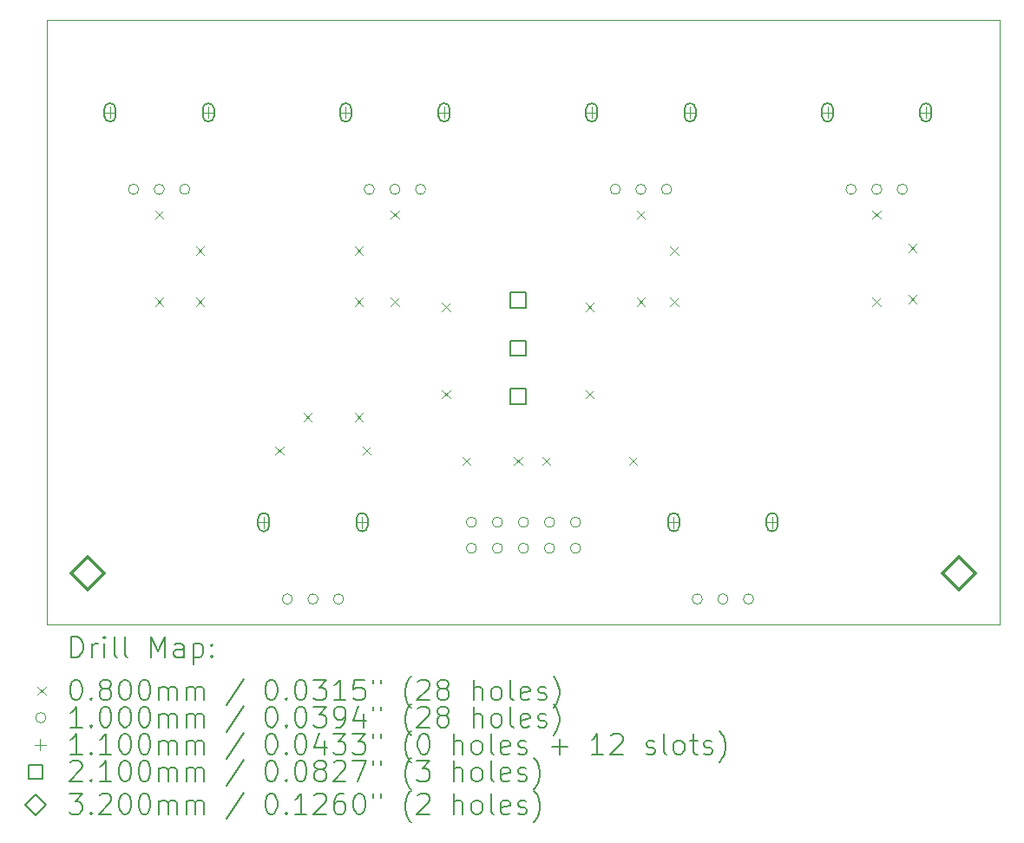
<source format=gbr>
%TF.GenerationSoftware,KiCad,Pcbnew,7.0.2*%
%TF.CreationDate,2024-01-15T12:29:37-05:00*%
%TF.ProjectId,CONTROL PCB,434f4e54-524f-44c2-9050-43422e6b6963,rev?*%
%TF.SameCoordinates,Original*%
%TF.FileFunction,Drillmap*%
%TF.FilePolarity,Positive*%
%FSLAX45Y45*%
G04 Gerber Fmt 4.5, Leading zero omitted, Abs format (unit mm)*
G04 Created by KiCad (PCBNEW 7.0.2) date 2024-01-15 12:29:37*
%MOMM*%
%LPD*%
G01*
G04 APERTURE LIST*
%ADD10C,0.100000*%
%ADD11C,0.200000*%
%ADD12C,0.080000*%
%ADD13C,0.110000*%
%ADD14C,0.210000*%
%ADD15C,0.320000*%
G04 APERTURE END LIST*
D10*
X17200000Y-8200000D02*
X7900000Y-8200000D01*
X7900000Y-2300000D01*
X17200000Y-2300000D01*
X17200000Y-8200000D01*
D11*
D12*
X8960000Y-4160000D02*
X9040000Y-4240000D01*
X9040000Y-4160000D02*
X8960000Y-4240000D01*
X8960000Y-5010000D02*
X9040000Y-5090000D01*
X9040000Y-5010000D02*
X8960000Y-5090000D01*
X9360000Y-4510000D02*
X9440000Y-4590000D01*
X9440000Y-4510000D02*
X9360000Y-4590000D01*
X9360000Y-5010000D02*
X9440000Y-5090000D01*
X9440000Y-5010000D02*
X9360000Y-5090000D01*
X10135000Y-6460000D02*
X10215000Y-6540000D01*
X10215000Y-6460000D02*
X10135000Y-6540000D01*
X10410000Y-6135000D02*
X10490000Y-6215000D01*
X10490000Y-6135000D02*
X10410000Y-6215000D01*
X10910000Y-4510000D02*
X10990000Y-4590000D01*
X10990000Y-4510000D02*
X10910000Y-4590000D01*
X10910000Y-5010000D02*
X10990000Y-5090000D01*
X10990000Y-5010000D02*
X10910000Y-5090000D01*
X10910000Y-6135000D02*
X10990000Y-6215000D01*
X10990000Y-6135000D02*
X10910000Y-6215000D01*
X10985000Y-6460000D02*
X11065000Y-6540000D01*
X11065000Y-6460000D02*
X10985000Y-6540000D01*
X11260000Y-4160000D02*
X11340000Y-4240000D01*
X11340000Y-4160000D02*
X11260000Y-4240000D01*
X11260000Y-5010000D02*
X11340000Y-5090000D01*
X11340000Y-5010000D02*
X11260000Y-5090000D01*
X11760000Y-5060000D02*
X11840000Y-5140000D01*
X11840000Y-5060000D02*
X11760000Y-5140000D01*
X11760000Y-5910000D02*
X11840000Y-5990000D01*
X11840000Y-5910000D02*
X11760000Y-5990000D01*
X11960000Y-6560000D02*
X12040000Y-6640000D01*
X12040000Y-6560000D02*
X11960000Y-6640000D01*
X12460000Y-6560000D02*
X12540000Y-6640000D01*
X12540000Y-6560000D02*
X12460000Y-6640000D01*
X12735000Y-6560000D02*
X12815000Y-6640000D01*
X12815000Y-6560000D02*
X12735000Y-6640000D01*
X13160000Y-5060000D02*
X13240000Y-5140000D01*
X13240000Y-5060000D02*
X13160000Y-5140000D01*
X13160000Y-5910000D02*
X13240000Y-5990000D01*
X13240000Y-5910000D02*
X13160000Y-5990000D01*
X13585000Y-6560000D02*
X13665000Y-6640000D01*
X13665000Y-6560000D02*
X13585000Y-6640000D01*
X13660000Y-4160000D02*
X13740000Y-4240000D01*
X13740000Y-4160000D02*
X13660000Y-4240000D01*
X13660000Y-5010000D02*
X13740000Y-5090000D01*
X13740000Y-5010000D02*
X13660000Y-5090000D01*
X13985000Y-4510000D02*
X14065000Y-4590000D01*
X14065000Y-4510000D02*
X13985000Y-4590000D01*
X13985000Y-5010000D02*
X14065000Y-5090000D01*
X14065000Y-5010000D02*
X13985000Y-5090000D01*
X15960000Y-4160000D02*
X16040000Y-4240000D01*
X16040000Y-4160000D02*
X15960000Y-4240000D01*
X15960000Y-5010000D02*
X16040000Y-5090000D01*
X16040000Y-5010000D02*
X15960000Y-5090000D01*
X16310000Y-4485000D02*
X16390000Y-4565000D01*
X16390000Y-4485000D02*
X16310000Y-4565000D01*
X16310000Y-4985000D02*
X16390000Y-5065000D01*
X16390000Y-4985000D02*
X16310000Y-5065000D01*
D10*
X8800000Y-3950000D02*
G75*
G03*
X8800000Y-3950000I-50000J0D01*
G01*
X9050000Y-3950000D02*
G75*
G03*
X9050000Y-3950000I-50000J0D01*
G01*
X9300000Y-3950000D02*
G75*
G03*
X9300000Y-3950000I-50000J0D01*
G01*
X10300000Y-7950000D02*
G75*
G03*
X10300000Y-7950000I-50000J0D01*
G01*
X10550000Y-7950000D02*
G75*
G03*
X10550000Y-7950000I-50000J0D01*
G01*
X10800000Y-7950000D02*
G75*
G03*
X10800000Y-7950000I-50000J0D01*
G01*
X11100000Y-3950000D02*
G75*
G03*
X11100000Y-3950000I-50000J0D01*
G01*
X11350000Y-3950000D02*
G75*
G03*
X11350000Y-3950000I-50000J0D01*
G01*
X11600000Y-3950000D02*
G75*
G03*
X11600000Y-3950000I-50000J0D01*
G01*
X12096000Y-7200000D02*
G75*
G03*
X12096000Y-7200000I-50000J0D01*
G01*
X12096000Y-7454000D02*
G75*
G03*
X12096000Y-7454000I-50000J0D01*
G01*
X12350000Y-7200000D02*
G75*
G03*
X12350000Y-7200000I-50000J0D01*
G01*
X12350000Y-7454000D02*
G75*
G03*
X12350000Y-7454000I-50000J0D01*
G01*
X12604000Y-7200000D02*
G75*
G03*
X12604000Y-7200000I-50000J0D01*
G01*
X12604000Y-7454000D02*
G75*
G03*
X12604000Y-7454000I-50000J0D01*
G01*
X12858000Y-7200000D02*
G75*
G03*
X12858000Y-7200000I-50000J0D01*
G01*
X12858000Y-7454000D02*
G75*
G03*
X12858000Y-7454000I-50000J0D01*
G01*
X13112000Y-7200000D02*
G75*
G03*
X13112000Y-7200000I-50000J0D01*
G01*
X13112000Y-7454000D02*
G75*
G03*
X13112000Y-7454000I-50000J0D01*
G01*
X13500000Y-3950000D02*
G75*
G03*
X13500000Y-3950000I-50000J0D01*
G01*
X13750000Y-3950000D02*
G75*
G03*
X13750000Y-3950000I-50000J0D01*
G01*
X14000000Y-3950000D02*
G75*
G03*
X14000000Y-3950000I-50000J0D01*
G01*
X14300000Y-7950000D02*
G75*
G03*
X14300000Y-7950000I-50000J0D01*
G01*
X14550000Y-7950000D02*
G75*
G03*
X14550000Y-7950000I-50000J0D01*
G01*
X14800000Y-7950000D02*
G75*
G03*
X14800000Y-7950000I-50000J0D01*
G01*
X15800000Y-3950000D02*
G75*
G03*
X15800000Y-3950000I-50000J0D01*
G01*
X16050000Y-3950000D02*
G75*
G03*
X16050000Y-3950000I-50000J0D01*
G01*
X16300000Y-3950000D02*
G75*
G03*
X16300000Y-3950000I-50000J0D01*
G01*
D13*
X8520000Y-3145000D02*
X8520000Y-3255000D01*
X8465000Y-3200000D02*
X8575000Y-3200000D01*
D11*
X8575000Y-3235000D02*
X8575000Y-3165000D01*
X8575000Y-3165000D02*
G75*
G03*
X8465000Y-3165000I-55000J0D01*
G01*
X8465000Y-3165000D02*
X8465000Y-3235000D01*
X8465000Y-3235000D02*
G75*
G03*
X8575000Y-3235000I55000J0D01*
G01*
D13*
X9480000Y-3145000D02*
X9480000Y-3255000D01*
X9425000Y-3200000D02*
X9535000Y-3200000D01*
D11*
X9535000Y-3235000D02*
X9535000Y-3165000D01*
X9535000Y-3165000D02*
G75*
G03*
X9425000Y-3165000I-55000J0D01*
G01*
X9425000Y-3165000D02*
X9425000Y-3235000D01*
X9425000Y-3235000D02*
G75*
G03*
X9535000Y-3235000I55000J0D01*
G01*
D13*
X10020000Y-7145000D02*
X10020000Y-7255000D01*
X9965000Y-7200000D02*
X10075000Y-7200000D01*
D11*
X10075000Y-7235000D02*
X10075000Y-7165000D01*
X10075000Y-7165000D02*
G75*
G03*
X9965000Y-7165000I-55000J0D01*
G01*
X9965000Y-7165000D02*
X9965000Y-7235000D01*
X9965000Y-7235000D02*
G75*
G03*
X10075000Y-7235000I55000J0D01*
G01*
D13*
X10820000Y-3145000D02*
X10820000Y-3255000D01*
X10765000Y-3200000D02*
X10875000Y-3200000D01*
D11*
X10875000Y-3235000D02*
X10875000Y-3165000D01*
X10875000Y-3165000D02*
G75*
G03*
X10765000Y-3165000I-55000J0D01*
G01*
X10765000Y-3165000D02*
X10765000Y-3235000D01*
X10765000Y-3235000D02*
G75*
G03*
X10875000Y-3235000I55000J0D01*
G01*
D13*
X10980000Y-7145000D02*
X10980000Y-7255000D01*
X10925000Y-7200000D02*
X11035000Y-7200000D01*
D11*
X11035000Y-7235000D02*
X11035000Y-7165000D01*
X11035000Y-7165000D02*
G75*
G03*
X10925000Y-7165000I-55000J0D01*
G01*
X10925000Y-7165000D02*
X10925000Y-7235000D01*
X10925000Y-7235000D02*
G75*
G03*
X11035000Y-7235000I55000J0D01*
G01*
D13*
X11780000Y-3145000D02*
X11780000Y-3255000D01*
X11725000Y-3200000D02*
X11835000Y-3200000D01*
D11*
X11835000Y-3235000D02*
X11835000Y-3165000D01*
X11835000Y-3165000D02*
G75*
G03*
X11725000Y-3165000I-55000J0D01*
G01*
X11725000Y-3165000D02*
X11725000Y-3235000D01*
X11725000Y-3235000D02*
G75*
G03*
X11835000Y-3235000I55000J0D01*
G01*
D13*
X13220000Y-3145000D02*
X13220000Y-3255000D01*
X13165000Y-3200000D02*
X13275000Y-3200000D01*
D11*
X13275000Y-3235000D02*
X13275000Y-3165000D01*
X13275000Y-3165000D02*
G75*
G03*
X13165000Y-3165000I-55000J0D01*
G01*
X13165000Y-3165000D02*
X13165000Y-3235000D01*
X13165000Y-3235000D02*
G75*
G03*
X13275000Y-3235000I55000J0D01*
G01*
D13*
X14020000Y-7145000D02*
X14020000Y-7255000D01*
X13965000Y-7200000D02*
X14075000Y-7200000D01*
D11*
X14075000Y-7235000D02*
X14075000Y-7165000D01*
X14075000Y-7165000D02*
G75*
G03*
X13965000Y-7165000I-55000J0D01*
G01*
X13965000Y-7165000D02*
X13965000Y-7235000D01*
X13965000Y-7235000D02*
G75*
G03*
X14075000Y-7235000I55000J0D01*
G01*
D13*
X14180000Y-3145000D02*
X14180000Y-3255000D01*
X14125000Y-3200000D02*
X14235000Y-3200000D01*
D11*
X14235000Y-3235000D02*
X14235000Y-3165000D01*
X14235000Y-3165000D02*
G75*
G03*
X14125000Y-3165000I-55000J0D01*
G01*
X14125000Y-3165000D02*
X14125000Y-3235000D01*
X14125000Y-3235000D02*
G75*
G03*
X14235000Y-3235000I55000J0D01*
G01*
D13*
X14980000Y-7145000D02*
X14980000Y-7255000D01*
X14925000Y-7200000D02*
X15035000Y-7200000D01*
D11*
X15035000Y-7235000D02*
X15035000Y-7165000D01*
X15035000Y-7165000D02*
G75*
G03*
X14925000Y-7165000I-55000J0D01*
G01*
X14925000Y-7165000D02*
X14925000Y-7235000D01*
X14925000Y-7235000D02*
G75*
G03*
X15035000Y-7235000I55000J0D01*
G01*
D13*
X15520000Y-3145000D02*
X15520000Y-3255000D01*
X15465000Y-3200000D02*
X15575000Y-3200000D01*
D11*
X15575000Y-3235000D02*
X15575000Y-3165000D01*
X15575000Y-3165000D02*
G75*
G03*
X15465000Y-3165000I-55000J0D01*
G01*
X15465000Y-3165000D02*
X15465000Y-3235000D01*
X15465000Y-3235000D02*
G75*
G03*
X15575000Y-3235000I55000J0D01*
G01*
D13*
X16480000Y-3145000D02*
X16480000Y-3255000D01*
X16425000Y-3200000D02*
X16535000Y-3200000D01*
D11*
X16535000Y-3235000D02*
X16535000Y-3165000D01*
X16535000Y-3165000D02*
G75*
G03*
X16425000Y-3165000I-55000J0D01*
G01*
X16425000Y-3165000D02*
X16425000Y-3235000D01*
X16425000Y-3235000D02*
G75*
G03*
X16535000Y-3235000I55000J0D01*
G01*
D14*
X12574247Y-5104247D02*
X12574247Y-4955753D01*
X12425753Y-4955753D01*
X12425753Y-5104247D01*
X12574247Y-5104247D01*
X12574247Y-5574247D02*
X12574247Y-5425753D01*
X12425753Y-5425753D01*
X12425753Y-5574247D01*
X12574247Y-5574247D01*
X12574247Y-6044247D02*
X12574247Y-5895753D01*
X12425753Y-5895753D01*
X12425753Y-6044247D01*
X12574247Y-6044247D01*
D15*
X8300000Y-7860000D02*
X8460000Y-7700000D01*
X8300000Y-7540000D01*
X8140000Y-7700000D01*
X8300000Y-7860000D01*
X16800000Y-7860000D02*
X16960000Y-7700000D01*
X16800000Y-7540000D01*
X16640000Y-7700000D01*
X16800000Y-7860000D01*
D11*
X8142619Y-8517524D02*
X8142619Y-8317524D01*
X8142619Y-8317524D02*
X8190238Y-8317524D01*
X8190238Y-8317524D02*
X8218809Y-8327048D01*
X8218809Y-8327048D02*
X8237857Y-8346095D01*
X8237857Y-8346095D02*
X8247381Y-8365143D01*
X8247381Y-8365143D02*
X8256905Y-8403238D01*
X8256905Y-8403238D02*
X8256905Y-8431810D01*
X8256905Y-8431810D02*
X8247381Y-8469905D01*
X8247381Y-8469905D02*
X8237857Y-8488952D01*
X8237857Y-8488952D02*
X8218809Y-8508000D01*
X8218809Y-8508000D02*
X8190238Y-8517524D01*
X8190238Y-8517524D02*
X8142619Y-8517524D01*
X8342619Y-8517524D02*
X8342619Y-8384190D01*
X8342619Y-8422286D02*
X8352143Y-8403238D01*
X8352143Y-8403238D02*
X8361667Y-8393714D01*
X8361667Y-8393714D02*
X8380714Y-8384190D01*
X8380714Y-8384190D02*
X8399762Y-8384190D01*
X8466429Y-8517524D02*
X8466429Y-8384190D01*
X8466429Y-8317524D02*
X8456905Y-8327048D01*
X8456905Y-8327048D02*
X8466429Y-8336571D01*
X8466429Y-8336571D02*
X8475952Y-8327048D01*
X8475952Y-8327048D02*
X8466429Y-8317524D01*
X8466429Y-8317524D02*
X8466429Y-8336571D01*
X8590238Y-8517524D02*
X8571190Y-8508000D01*
X8571190Y-8508000D02*
X8561667Y-8488952D01*
X8561667Y-8488952D02*
X8561667Y-8317524D01*
X8695000Y-8517524D02*
X8675952Y-8508000D01*
X8675952Y-8508000D02*
X8666429Y-8488952D01*
X8666429Y-8488952D02*
X8666429Y-8317524D01*
X8923571Y-8517524D02*
X8923571Y-8317524D01*
X8923571Y-8317524D02*
X8990238Y-8460381D01*
X8990238Y-8460381D02*
X9056905Y-8317524D01*
X9056905Y-8317524D02*
X9056905Y-8517524D01*
X9237857Y-8517524D02*
X9237857Y-8412762D01*
X9237857Y-8412762D02*
X9228333Y-8393714D01*
X9228333Y-8393714D02*
X9209286Y-8384190D01*
X9209286Y-8384190D02*
X9171190Y-8384190D01*
X9171190Y-8384190D02*
X9152143Y-8393714D01*
X9237857Y-8508000D02*
X9218810Y-8517524D01*
X9218810Y-8517524D02*
X9171190Y-8517524D01*
X9171190Y-8517524D02*
X9152143Y-8508000D01*
X9152143Y-8508000D02*
X9142619Y-8488952D01*
X9142619Y-8488952D02*
X9142619Y-8469905D01*
X9142619Y-8469905D02*
X9152143Y-8450857D01*
X9152143Y-8450857D02*
X9171190Y-8441333D01*
X9171190Y-8441333D02*
X9218810Y-8441333D01*
X9218810Y-8441333D02*
X9237857Y-8431810D01*
X9333095Y-8384190D02*
X9333095Y-8584190D01*
X9333095Y-8393714D02*
X9352143Y-8384190D01*
X9352143Y-8384190D02*
X9390238Y-8384190D01*
X9390238Y-8384190D02*
X9409286Y-8393714D01*
X9409286Y-8393714D02*
X9418810Y-8403238D01*
X9418810Y-8403238D02*
X9428333Y-8422286D01*
X9428333Y-8422286D02*
X9428333Y-8479429D01*
X9428333Y-8479429D02*
X9418810Y-8498476D01*
X9418810Y-8498476D02*
X9409286Y-8508000D01*
X9409286Y-8508000D02*
X9390238Y-8517524D01*
X9390238Y-8517524D02*
X9352143Y-8517524D01*
X9352143Y-8517524D02*
X9333095Y-8508000D01*
X9514048Y-8498476D02*
X9523571Y-8508000D01*
X9523571Y-8508000D02*
X9514048Y-8517524D01*
X9514048Y-8517524D02*
X9504524Y-8508000D01*
X9504524Y-8508000D02*
X9514048Y-8498476D01*
X9514048Y-8498476D02*
X9514048Y-8517524D01*
X9514048Y-8393714D02*
X9523571Y-8403238D01*
X9523571Y-8403238D02*
X9514048Y-8412762D01*
X9514048Y-8412762D02*
X9504524Y-8403238D01*
X9504524Y-8403238D02*
X9514048Y-8393714D01*
X9514048Y-8393714D02*
X9514048Y-8412762D01*
D12*
X7815000Y-8805000D02*
X7895000Y-8885000D01*
X7895000Y-8805000D02*
X7815000Y-8885000D01*
D11*
X8180714Y-8737524D02*
X8199762Y-8737524D01*
X8199762Y-8737524D02*
X8218809Y-8747048D01*
X8218809Y-8747048D02*
X8228333Y-8756571D01*
X8228333Y-8756571D02*
X8237857Y-8775619D01*
X8237857Y-8775619D02*
X8247381Y-8813714D01*
X8247381Y-8813714D02*
X8247381Y-8861333D01*
X8247381Y-8861333D02*
X8237857Y-8899429D01*
X8237857Y-8899429D02*
X8228333Y-8918476D01*
X8228333Y-8918476D02*
X8218809Y-8928000D01*
X8218809Y-8928000D02*
X8199762Y-8937524D01*
X8199762Y-8937524D02*
X8180714Y-8937524D01*
X8180714Y-8937524D02*
X8161667Y-8928000D01*
X8161667Y-8928000D02*
X8152143Y-8918476D01*
X8152143Y-8918476D02*
X8142619Y-8899429D01*
X8142619Y-8899429D02*
X8133095Y-8861333D01*
X8133095Y-8861333D02*
X8133095Y-8813714D01*
X8133095Y-8813714D02*
X8142619Y-8775619D01*
X8142619Y-8775619D02*
X8152143Y-8756571D01*
X8152143Y-8756571D02*
X8161667Y-8747048D01*
X8161667Y-8747048D02*
X8180714Y-8737524D01*
X8333095Y-8918476D02*
X8342619Y-8928000D01*
X8342619Y-8928000D02*
X8333095Y-8937524D01*
X8333095Y-8937524D02*
X8323571Y-8928000D01*
X8323571Y-8928000D02*
X8333095Y-8918476D01*
X8333095Y-8918476D02*
X8333095Y-8937524D01*
X8456905Y-8823238D02*
X8437857Y-8813714D01*
X8437857Y-8813714D02*
X8428333Y-8804190D01*
X8428333Y-8804190D02*
X8418810Y-8785143D01*
X8418810Y-8785143D02*
X8418810Y-8775619D01*
X8418810Y-8775619D02*
X8428333Y-8756571D01*
X8428333Y-8756571D02*
X8437857Y-8747048D01*
X8437857Y-8747048D02*
X8456905Y-8737524D01*
X8456905Y-8737524D02*
X8495000Y-8737524D01*
X8495000Y-8737524D02*
X8514048Y-8747048D01*
X8514048Y-8747048D02*
X8523571Y-8756571D01*
X8523571Y-8756571D02*
X8533095Y-8775619D01*
X8533095Y-8775619D02*
X8533095Y-8785143D01*
X8533095Y-8785143D02*
X8523571Y-8804190D01*
X8523571Y-8804190D02*
X8514048Y-8813714D01*
X8514048Y-8813714D02*
X8495000Y-8823238D01*
X8495000Y-8823238D02*
X8456905Y-8823238D01*
X8456905Y-8823238D02*
X8437857Y-8832762D01*
X8437857Y-8832762D02*
X8428333Y-8842286D01*
X8428333Y-8842286D02*
X8418810Y-8861333D01*
X8418810Y-8861333D02*
X8418810Y-8899429D01*
X8418810Y-8899429D02*
X8428333Y-8918476D01*
X8428333Y-8918476D02*
X8437857Y-8928000D01*
X8437857Y-8928000D02*
X8456905Y-8937524D01*
X8456905Y-8937524D02*
X8495000Y-8937524D01*
X8495000Y-8937524D02*
X8514048Y-8928000D01*
X8514048Y-8928000D02*
X8523571Y-8918476D01*
X8523571Y-8918476D02*
X8533095Y-8899429D01*
X8533095Y-8899429D02*
X8533095Y-8861333D01*
X8533095Y-8861333D02*
X8523571Y-8842286D01*
X8523571Y-8842286D02*
X8514048Y-8832762D01*
X8514048Y-8832762D02*
X8495000Y-8823238D01*
X8656905Y-8737524D02*
X8675952Y-8737524D01*
X8675952Y-8737524D02*
X8695000Y-8747048D01*
X8695000Y-8747048D02*
X8704524Y-8756571D01*
X8704524Y-8756571D02*
X8714048Y-8775619D01*
X8714048Y-8775619D02*
X8723571Y-8813714D01*
X8723571Y-8813714D02*
X8723571Y-8861333D01*
X8723571Y-8861333D02*
X8714048Y-8899429D01*
X8714048Y-8899429D02*
X8704524Y-8918476D01*
X8704524Y-8918476D02*
X8695000Y-8928000D01*
X8695000Y-8928000D02*
X8675952Y-8937524D01*
X8675952Y-8937524D02*
X8656905Y-8937524D01*
X8656905Y-8937524D02*
X8637857Y-8928000D01*
X8637857Y-8928000D02*
X8628333Y-8918476D01*
X8628333Y-8918476D02*
X8618810Y-8899429D01*
X8618810Y-8899429D02*
X8609286Y-8861333D01*
X8609286Y-8861333D02*
X8609286Y-8813714D01*
X8609286Y-8813714D02*
X8618810Y-8775619D01*
X8618810Y-8775619D02*
X8628333Y-8756571D01*
X8628333Y-8756571D02*
X8637857Y-8747048D01*
X8637857Y-8747048D02*
X8656905Y-8737524D01*
X8847381Y-8737524D02*
X8866429Y-8737524D01*
X8866429Y-8737524D02*
X8885476Y-8747048D01*
X8885476Y-8747048D02*
X8895000Y-8756571D01*
X8895000Y-8756571D02*
X8904524Y-8775619D01*
X8904524Y-8775619D02*
X8914048Y-8813714D01*
X8914048Y-8813714D02*
X8914048Y-8861333D01*
X8914048Y-8861333D02*
X8904524Y-8899429D01*
X8904524Y-8899429D02*
X8895000Y-8918476D01*
X8895000Y-8918476D02*
X8885476Y-8928000D01*
X8885476Y-8928000D02*
X8866429Y-8937524D01*
X8866429Y-8937524D02*
X8847381Y-8937524D01*
X8847381Y-8937524D02*
X8828333Y-8928000D01*
X8828333Y-8928000D02*
X8818810Y-8918476D01*
X8818810Y-8918476D02*
X8809286Y-8899429D01*
X8809286Y-8899429D02*
X8799762Y-8861333D01*
X8799762Y-8861333D02*
X8799762Y-8813714D01*
X8799762Y-8813714D02*
X8809286Y-8775619D01*
X8809286Y-8775619D02*
X8818810Y-8756571D01*
X8818810Y-8756571D02*
X8828333Y-8747048D01*
X8828333Y-8747048D02*
X8847381Y-8737524D01*
X8999762Y-8937524D02*
X8999762Y-8804190D01*
X8999762Y-8823238D02*
X9009286Y-8813714D01*
X9009286Y-8813714D02*
X9028333Y-8804190D01*
X9028333Y-8804190D02*
X9056905Y-8804190D01*
X9056905Y-8804190D02*
X9075952Y-8813714D01*
X9075952Y-8813714D02*
X9085476Y-8832762D01*
X9085476Y-8832762D02*
X9085476Y-8937524D01*
X9085476Y-8832762D02*
X9095000Y-8813714D01*
X9095000Y-8813714D02*
X9114048Y-8804190D01*
X9114048Y-8804190D02*
X9142619Y-8804190D01*
X9142619Y-8804190D02*
X9161667Y-8813714D01*
X9161667Y-8813714D02*
X9171191Y-8832762D01*
X9171191Y-8832762D02*
X9171191Y-8937524D01*
X9266429Y-8937524D02*
X9266429Y-8804190D01*
X9266429Y-8823238D02*
X9275952Y-8813714D01*
X9275952Y-8813714D02*
X9295000Y-8804190D01*
X9295000Y-8804190D02*
X9323572Y-8804190D01*
X9323572Y-8804190D02*
X9342619Y-8813714D01*
X9342619Y-8813714D02*
X9352143Y-8832762D01*
X9352143Y-8832762D02*
X9352143Y-8937524D01*
X9352143Y-8832762D02*
X9361667Y-8813714D01*
X9361667Y-8813714D02*
X9380714Y-8804190D01*
X9380714Y-8804190D02*
X9409286Y-8804190D01*
X9409286Y-8804190D02*
X9428333Y-8813714D01*
X9428333Y-8813714D02*
X9437857Y-8832762D01*
X9437857Y-8832762D02*
X9437857Y-8937524D01*
X9828333Y-8728000D02*
X9656905Y-8985143D01*
X10085476Y-8737524D02*
X10104524Y-8737524D01*
X10104524Y-8737524D02*
X10123572Y-8747048D01*
X10123572Y-8747048D02*
X10133095Y-8756571D01*
X10133095Y-8756571D02*
X10142619Y-8775619D01*
X10142619Y-8775619D02*
X10152143Y-8813714D01*
X10152143Y-8813714D02*
X10152143Y-8861333D01*
X10152143Y-8861333D02*
X10142619Y-8899429D01*
X10142619Y-8899429D02*
X10133095Y-8918476D01*
X10133095Y-8918476D02*
X10123572Y-8928000D01*
X10123572Y-8928000D02*
X10104524Y-8937524D01*
X10104524Y-8937524D02*
X10085476Y-8937524D01*
X10085476Y-8937524D02*
X10066429Y-8928000D01*
X10066429Y-8928000D02*
X10056905Y-8918476D01*
X10056905Y-8918476D02*
X10047381Y-8899429D01*
X10047381Y-8899429D02*
X10037857Y-8861333D01*
X10037857Y-8861333D02*
X10037857Y-8813714D01*
X10037857Y-8813714D02*
X10047381Y-8775619D01*
X10047381Y-8775619D02*
X10056905Y-8756571D01*
X10056905Y-8756571D02*
X10066429Y-8747048D01*
X10066429Y-8747048D02*
X10085476Y-8737524D01*
X10237857Y-8918476D02*
X10247381Y-8928000D01*
X10247381Y-8928000D02*
X10237857Y-8937524D01*
X10237857Y-8937524D02*
X10228334Y-8928000D01*
X10228334Y-8928000D02*
X10237857Y-8918476D01*
X10237857Y-8918476D02*
X10237857Y-8937524D01*
X10371191Y-8737524D02*
X10390238Y-8737524D01*
X10390238Y-8737524D02*
X10409286Y-8747048D01*
X10409286Y-8747048D02*
X10418810Y-8756571D01*
X10418810Y-8756571D02*
X10428334Y-8775619D01*
X10428334Y-8775619D02*
X10437857Y-8813714D01*
X10437857Y-8813714D02*
X10437857Y-8861333D01*
X10437857Y-8861333D02*
X10428334Y-8899429D01*
X10428334Y-8899429D02*
X10418810Y-8918476D01*
X10418810Y-8918476D02*
X10409286Y-8928000D01*
X10409286Y-8928000D02*
X10390238Y-8937524D01*
X10390238Y-8937524D02*
X10371191Y-8937524D01*
X10371191Y-8937524D02*
X10352143Y-8928000D01*
X10352143Y-8928000D02*
X10342619Y-8918476D01*
X10342619Y-8918476D02*
X10333095Y-8899429D01*
X10333095Y-8899429D02*
X10323572Y-8861333D01*
X10323572Y-8861333D02*
X10323572Y-8813714D01*
X10323572Y-8813714D02*
X10333095Y-8775619D01*
X10333095Y-8775619D02*
X10342619Y-8756571D01*
X10342619Y-8756571D02*
X10352143Y-8747048D01*
X10352143Y-8747048D02*
X10371191Y-8737524D01*
X10504524Y-8737524D02*
X10628334Y-8737524D01*
X10628334Y-8737524D02*
X10561667Y-8813714D01*
X10561667Y-8813714D02*
X10590238Y-8813714D01*
X10590238Y-8813714D02*
X10609286Y-8823238D01*
X10609286Y-8823238D02*
X10618810Y-8832762D01*
X10618810Y-8832762D02*
X10628334Y-8851810D01*
X10628334Y-8851810D02*
X10628334Y-8899429D01*
X10628334Y-8899429D02*
X10618810Y-8918476D01*
X10618810Y-8918476D02*
X10609286Y-8928000D01*
X10609286Y-8928000D02*
X10590238Y-8937524D01*
X10590238Y-8937524D02*
X10533095Y-8937524D01*
X10533095Y-8937524D02*
X10514048Y-8928000D01*
X10514048Y-8928000D02*
X10504524Y-8918476D01*
X10818810Y-8937524D02*
X10704524Y-8937524D01*
X10761667Y-8937524D02*
X10761667Y-8737524D01*
X10761667Y-8737524D02*
X10742619Y-8766095D01*
X10742619Y-8766095D02*
X10723572Y-8785143D01*
X10723572Y-8785143D02*
X10704524Y-8794667D01*
X10999762Y-8737524D02*
X10904524Y-8737524D01*
X10904524Y-8737524D02*
X10895000Y-8832762D01*
X10895000Y-8832762D02*
X10904524Y-8823238D01*
X10904524Y-8823238D02*
X10923572Y-8813714D01*
X10923572Y-8813714D02*
X10971191Y-8813714D01*
X10971191Y-8813714D02*
X10990238Y-8823238D01*
X10990238Y-8823238D02*
X10999762Y-8832762D01*
X10999762Y-8832762D02*
X11009286Y-8851810D01*
X11009286Y-8851810D02*
X11009286Y-8899429D01*
X11009286Y-8899429D02*
X10999762Y-8918476D01*
X10999762Y-8918476D02*
X10990238Y-8928000D01*
X10990238Y-8928000D02*
X10971191Y-8937524D01*
X10971191Y-8937524D02*
X10923572Y-8937524D01*
X10923572Y-8937524D02*
X10904524Y-8928000D01*
X10904524Y-8928000D02*
X10895000Y-8918476D01*
X11085476Y-8737524D02*
X11085476Y-8775619D01*
X11161667Y-8737524D02*
X11161667Y-8775619D01*
X11456905Y-9013714D02*
X11447381Y-9004190D01*
X11447381Y-9004190D02*
X11428334Y-8975619D01*
X11428334Y-8975619D02*
X11418810Y-8956571D01*
X11418810Y-8956571D02*
X11409286Y-8928000D01*
X11409286Y-8928000D02*
X11399762Y-8880381D01*
X11399762Y-8880381D02*
X11399762Y-8842286D01*
X11399762Y-8842286D02*
X11409286Y-8794667D01*
X11409286Y-8794667D02*
X11418810Y-8766095D01*
X11418810Y-8766095D02*
X11428334Y-8747048D01*
X11428334Y-8747048D02*
X11447381Y-8718476D01*
X11447381Y-8718476D02*
X11456905Y-8708952D01*
X11523572Y-8756571D02*
X11533095Y-8747048D01*
X11533095Y-8747048D02*
X11552143Y-8737524D01*
X11552143Y-8737524D02*
X11599762Y-8737524D01*
X11599762Y-8737524D02*
X11618810Y-8747048D01*
X11618810Y-8747048D02*
X11628334Y-8756571D01*
X11628334Y-8756571D02*
X11637857Y-8775619D01*
X11637857Y-8775619D02*
X11637857Y-8794667D01*
X11637857Y-8794667D02*
X11628334Y-8823238D01*
X11628334Y-8823238D02*
X11514048Y-8937524D01*
X11514048Y-8937524D02*
X11637857Y-8937524D01*
X11752143Y-8823238D02*
X11733095Y-8813714D01*
X11733095Y-8813714D02*
X11723572Y-8804190D01*
X11723572Y-8804190D02*
X11714048Y-8785143D01*
X11714048Y-8785143D02*
X11714048Y-8775619D01*
X11714048Y-8775619D02*
X11723572Y-8756571D01*
X11723572Y-8756571D02*
X11733095Y-8747048D01*
X11733095Y-8747048D02*
X11752143Y-8737524D01*
X11752143Y-8737524D02*
X11790238Y-8737524D01*
X11790238Y-8737524D02*
X11809286Y-8747048D01*
X11809286Y-8747048D02*
X11818810Y-8756571D01*
X11818810Y-8756571D02*
X11828334Y-8775619D01*
X11828334Y-8775619D02*
X11828334Y-8785143D01*
X11828334Y-8785143D02*
X11818810Y-8804190D01*
X11818810Y-8804190D02*
X11809286Y-8813714D01*
X11809286Y-8813714D02*
X11790238Y-8823238D01*
X11790238Y-8823238D02*
X11752143Y-8823238D01*
X11752143Y-8823238D02*
X11733095Y-8832762D01*
X11733095Y-8832762D02*
X11723572Y-8842286D01*
X11723572Y-8842286D02*
X11714048Y-8861333D01*
X11714048Y-8861333D02*
X11714048Y-8899429D01*
X11714048Y-8899429D02*
X11723572Y-8918476D01*
X11723572Y-8918476D02*
X11733095Y-8928000D01*
X11733095Y-8928000D02*
X11752143Y-8937524D01*
X11752143Y-8937524D02*
X11790238Y-8937524D01*
X11790238Y-8937524D02*
X11809286Y-8928000D01*
X11809286Y-8928000D02*
X11818810Y-8918476D01*
X11818810Y-8918476D02*
X11828334Y-8899429D01*
X11828334Y-8899429D02*
X11828334Y-8861333D01*
X11828334Y-8861333D02*
X11818810Y-8842286D01*
X11818810Y-8842286D02*
X11809286Y-8832762D01*
X11809286Y-8832762D02*
X11790238Y-8823238D01*
X12066429Y-8937524D02*
X12066429Y-8737524D01*
X12152143Y-8937524D02*
X12152143Y-8832762D01*
X12152143Y-8832762D02*
X12142619Y-8813714D01*
X12142619Y-8813714D02*
X12123572Y-8804190D01*
X12123572Y-8804190D02*
X12095000Y-8804190D01*
X12095000Y-8804190D02*
X12075953Y-8813714D01*
X12075953Y-8813714D02*
X12066429Y-8823238D01*
X12275953Y-8937524D02*
X12256905Y-8928000D01*
X12256905Y-8928000D02*
X12247381Y-8918476D01*
X12247381Y-8918476D02*
X12237857Y-8899429D01*
X12237857Y-8899429D02*
X12237857Y-8842286D01*
X12237857Y-8842286D02*
X12247381Y-8823238D01*
X12247381Y-8823238D02*
X12256905Y-8813714D01*
X12256905Y-8813714D02*
X12275953Y-8804190D01*
X12275953Y-8804190D02*
X12304524Y-8804190D01*
X12304524Y-8804190D02*
X12323572Y-8813714D01*
X12323572Y-8813714D02*
X12333096Y-8823238D01*
X12333096Y-8823238D02*
X12342619Y-8842286D01*
X12342619Y-8842286D02*
X12342619Y-8899429D01*
X12342619Y-8899429D02*
X12333096Y-8918476D01*
X12333096Y-8918476D02*
X12323572Y-8928000D01*
X12323572Y-8928000D02*
X12304524Y-8937524D01*
X12304524Y-8937524D02*
X12275953Y-8937524D01*
X12456905Y-8937524D02*
X12437857Y-8928000D01*
X12437857Y-8928000D02*
X12428334Y-8908952D01*
X12428334Y-8908952D02*
X12428334Y-8737524D01*
X12609286Y-8928000D02*
X12590238Y-8937524D01*
X12590238Y-8937524D02*
X12552143Y-8937524D01*
X12552143Y-8937524D02*
X12533096Y-8928000D01*
X12533096Y-8928000D02*
X12523572Y-8908952D01*
X12523572Y-8908952D02*
X12523572Y-8832762D01*
X12523572Y-8832762D02*
X12533096Y-8813714D01*
X12533096Y-8813714D02*
X12552143Y-8804190D01*
X12552143Y-8804190D02*
X12590238Y-8804190D01*
X12590238Y-8804190D02*
X12609286Y-8813714D01*
X12609286Y-8813714D02*
X12618810Y-8832762D01*
X12618810Y-8832762D02*
X12618810Y-8851810D01*
X12618810Y-8851810D02*
X12523572Y-8870857D01*
X12695000Y-8928000D02*
X12714048Y-8937524D01*
X12714048Y-8937524D02*
X12752143Y-8937524D01*
X12752143Y-8937524D02*
X12771191Y-8928000D01*
X12771191Y-8928000D02*
X12780715Y-8908952D01*
X12780715Y-8908952D02*
X12780715Y-8899429D01*
X12780715Y-8899429D02*
X12771191Y-8880381D01*
X12771191Y-8880381D02*
X12752143Y-8870857D01*
X12752143Y-8870857D02*
X12723572Y-8870857D01*
X12723572Y-8870857D02*
X12704524Y-8861333D01*
X12704524Y-8861333D02*
X12695000Y-8842286D01*
X12695000Y-8842286D02*
X12695000Y-8832762D01*
X12695000Y-8832762D02*
X12704524Y-8813714D01*
X12704524Y-8813714D02*
X12723572Y-8804190D01*
X12723572Y-8804190D02*
X12752143Y-8804190D01*
X12752143Y-8804190D02*
X12771191Y-8813714D01*
X12847381Y-9013714D02*
X12856905Y-9004190D01*
X12856905Y-9004190D02*
X12875953Y-8975619D01*
X12875953Y-8975619D02*
X12885477Y-8956571D01*
X12885477Y-8956571D02*
X12895000Y-8928000D01*
X12895000Y-8928000D02*
X12904524Y-8880381D01*
X12904524Y-8880381D02*
X12904524Y-8842286D01*
X12904524Y-8842286D02*
X12895000Y-8794667D01*
X12895000Y-8794667D02*
X12885477Y-8766095D01*
X12885477Y-8766095D02*
X12875953Y-8747048D01*
X12875953Y-8747048D02*
X12856905Y-8718476D01*
X12856905Y-8718476D02*
X12847381Y-8708952D01*
D10*
X7895000Y-9109000D02*
G75*
G03*
X7895000Y-9109000I-50000J0D01*
G01*
D11*
X8247381Y-9201524D02*
X8133095Y-9201524D01*
X8190238Y-9201524D02*
X8190238Y-9001524D01*
X8190238Y-9001524D02*
X8171190Y-9030095D01*
X8171190Y-9030095D02*
X8152143Y-9049143D01*
X8152143Y-9049143D02*
X8133095Y-9058667D01*
X8333095Y-9182476D02*
X8342619Y-9192000D01*
X8342619Y-9192000D02*
X8333095Y-9201524D01*
X8333095Y-9201524D02*
X8323571Y-9192000D01*
X8323571Y-9192000D02*
X8333095Y-9182476D01*
X8333095Y-9182476D02*
X8333095Y-9201524D01*
X8466429Y-9001524D02*
X8485476Y-9001524D01*
X8485476Y-9001524D02*
X8504524Y-9011048D01*
X8504524Y-9011048D02*
X8514048Y-9020571D01*
X8514048Y-9020571D02*
X8523571Y-9039619D01*
X8523571Y-9039619D02*
X8533095Y-9077714D01*
X8533095Y-9077714D02*
X8533095Y-9125333D01*
X8533095Y-9125333D02*
X8523571Y-9163429D01*
X8523571Y-9163429D02*
X8514048Y-9182476D01*
X8514048Y-9182476D02*
X8504524Y-9192000D01*
X8504524Y-9192000D02*
X8485476Y-9201524D01*
X8485476Y-9201524D02*
X8466429Y-9201524D01*
X8466429Y-9201524D02*
X8447381Y-9192000D01*
X8447381Y-9192000D02*
X8437857Y-9182476D01*
X8437857Y-9182476D02*
X8428333Y-9163429D01*
X8428333Y-9163429D02*
X8418810Y-9125333D01*
X8418810Y-9125333D02*
X8418810Y-9077714D01*
X8418810Y-9077714D02*
X8428333Y-9039619D01*
X8428333Y-9039619D02*
X8437857Y-9020571D01*
X8437857Y-9020571D02*
X8447381Y-9011048D01*
X8447381Y-9011048D02*
X8466429Y-9001524D01*
X8656905Y-9001524D02*
X8675952Y-9001524D01*
X8675952Y-9001524D02*
X8695000Y-9011048D01*
X8695000Y-9011048D02*
X8704524Y-9020571D01*
X8704524Y-9020571D02*
X8714048Y-9039619D01*
X8714048Y-9039619D02*
X8723571Y-9077714D01*
X8723571Y-9077714D02*
X8723571Y-9125333D01*
X8723571Y-9125333D02*
X8714048Y-9163429D01*
X8714048Y-9163429D02*
X8704524Y-9182476D01*
X8704524Y-9182476D02*
X8695000Y-9192000D01*
X8695000Y-9192000D02*
X8675952Y-9201524D01*
X8675952Y-9201524D02*
X8656905Y-9201524D01*
X8656905Y-9201524D02*
X8637857Y-9192000D01*
X8637857Y-9192000D02*
X8628333Y-9182476D01*
X8628333Y-9182476D02*
X8618810Y-9163429D01*
X8618810Y-9163429D02*
X8609286Y-9125333D01*
X8609286Y-9125333D02*
X8609286Y-9077714D01*
X8609286Y-9077714D02*
X8618810Y-9039619D01*
X8618810Y-9039619D02*
X8628333Y-9020571D01*
X8628333Y-9020571D02*
X8637857Y-9011048D01*
X8637857Y-9011048D02*
X8656905Y-9001524D01*
X8847381Y-9001524D02*
X8866429Y-9001524D01*
X8866429Y-9001524D02*
X8885476Y-9011048D01*
X8885476Y-9011048D02*
X8895000Y-9020571D01*
X8895000Y-9020571D02*
X8904524Y-9039619D01*
X8904524Y-9039619D02*
X8914048Y-9077714D01*
X8914048Y-9077714D02*
X8914048Y-9125333D01*
X8914048Y-9125333D02*
X8904524Y-9163429D01*
X8904524Y-9163429D02*
X8895000Y-9182476D01*
X8895000Y-9182476D02*
X8885476Y-9192000D01*
X8885476Y-9192000D02*
X8866429Y-9201524D01*
X8866429Y-9201524D02*
X8847381Y-9201524D01*
X8847381Y-9201524D02*
X8828333Y-9192000D01*
X8828333Y-9192000D02*
X8818810Y-9182476D01*
X8818810Y-9182476D02*
X8809286Y-9163429D01*
X8809286Y-9163429D02*
X8799762Y-9125333D01*
X8799762Y-9125333D02*
X8799762Y-9077714D01*
X8799762Y-9077714D02*
X8809286Y-9039619D01*
X8809286Y-9039619D02*
X8818810Y-9020571D01*
X8818810Y-9020571D02*
X8828333Y-9011048D01*
X8828333Y-9011048D02*
X8847381Y-9001524D01*
X8999762Y-9201524D02*
X8999762Y-9068190D01*
X8999762Y-9087238D02*
X9009286Y-9077714D01*
X9009286Y-9077714D02*
X9028333Y-9068190D01*
X9028333Y-9068190D02*
X9056905Y-9068190D01*
X9056905Y-9068190D02*
X9075952Y-9077714D01*
X9075952Y-9077714D02*
X9085476Y-9096762D01*
X9085476Y-9096762D02*
X9085476Y-9201524D01*
X9085476Y-9096762D02*
X9095000Y-9077714D01*
X9095000Y-9077714D02*
X9114048Y-9068190D01*
X9114048Y-9068190D02*
X9142619Y-9068190D01*
X9142619Y-9068190D02*
X9161667Y-9077714D01*
X9161667Y-9077714D02*
X9171191Y-9096762D01*
X9171191Y-9096762D02*
X9171191Y-9201524D01*
X9266429Y-9201524D02*
X9266429Y-9068190D01*
X9266429Y-9087238D02*
X9275952Y-9077714D01*
X9275952Y-9077714D02*
X9295000Y-9068190D01*
X9295000Y-9068190D02*
X9323572Y-9068190D01*
X9323572Y-9068190D02*
X9342619Y-9077714D01*
X9342619Y-9077714D02*
X9352143Y-9096762D01*
X9352143Y-9096762D02*
X9352143Y-9201524D01*
X9352143Y-9096762D02*
X9361667Y-9077714D01*
X9361667Y-9077714D02*
X9380714Y-9068190D01*
X9380714Y-9068190D02*
X9409286Y-9068190D01*
X9409286Y-9068190D02*
X9428333Y-9077714D01*
X9428333Y-9077714D02*
X9437857Y-9096762D01*
X9437857Y-9096762D02*
X9437857Y-9201524D01*
X9828333Y-8992000D02*
X9656905Y-9249143D01*
X10085476Y-9001524D02*
X10104524Y-9001524D01*
X10104524Y-9001524D02*
X10123572Y-9011048D01*
X10123572Y-9011048D02*
X10133095Y-9020571D01*
X10133095Y-9020571D02*
X10142619Y-9039619D01*
X10142619Y-9039619D02*
X10152143Y-9077714D01*
X10152143Y-9077714D02*
X10152143Y-9125333D01*
X10152143Y-9125333D02*
X10142619Y-9163429D01*
X10142619Y-9163429D02*
X10133095Y-9182476D01*
X10133095Y-9182476D02*
X10123572Y-9192000D01*
X10123572Y-9192000D02*
X10104524Y-9201524D01*
X10104524Y-9201524D02*
X10085476Y-9201524D01*
X10085476Y-9201524D02*
X10066429Y-9192000D01*
X10066429Y-9192000D02*
X10056905Y-9182476D01*
X10056905Y-9182476D02*
X10047381Y-9163429D01*
X10047381Y-9163429D02*
X10037857Y-9125333D01*
X10037857Y-9125333D02*
X10037857Y-9077714D01*
X10037857Y-9077714D02*
X10047381Y-9039619D01*
X10047381Y-9039619D02*
X10056905Y-9020571D01*
X10056905Y-9020571D02*
X10066429Y-9011048D01*
X10066429Y-9011048D02*
X10085476Y-9001524D01*
X10237857Y-9182476D02*
X10247381Y-9192000D01*
X10247381Y-9192000D02*
X10237857Y-9201524D01*
X10237857Y-9201524D02*
X10228334Y-9192000D01*
X10228334Y-9192000D02*
X10237857Y-9182476D01*
X10237857Y-9182476D02*
X10237857Y-9201524D01*
X10371191Y-9001524D02*
X10390238Y-9001524D01*
X10390238Y-9001524D02*
X10409286Y-9011048D01*
X10409286Y-9011048D02*
X10418810Y-9020571D01*
X10418810Y-9020571D02*
X10428334Y-9039619D01*
X10428334Y-9039619D02*
X10437857Y-9077714D01*
X10437857Y-9077714D02*
X10437857Y-9125333D01*
X10437857Y-9125333D02*
X10428334Y-9163429D01*
X10428334Y-9163429D02*
X10418810Y-9182476D01*
X10418810Y-9182476D02*
X10409286Y-9192000D01*
X10409286Y-9192000D02*
X10390238Y-9201524D01*
X10390238Y-9201524D02*
X10371191Y-9201524D01*
X10371191Y-9201524D02*
X10352143Y-9192000D01*
X10352143Y-9192000D02*
X10342619Y-9182476D01*
X10342619Y-9182476D02*
X10333095Y-9163429D01*
X10333095Y-9163429D02*
X10323572Y-9125333D01*
X10323572Y-9125333D02*
X10323572Y-9077714D01*
X10323572Y-9077714D02*
X10333095Y-9039619D01*
X10333095Y-9039619D02*
X10342619Y-9020571D01*
X10342619Y-9020571D02*
X10352143Y-9011048D01*
X10352143Y-9011048D02*
X10371191Y-9001524D01*
X10504524Y-9001524D02*
X10628334Y-9001524D01*
X10628334Y-9001524D02*
X10561667Y-9077714D01*
X10561667Y-9077714D02*
X10590238Y-9077714D01*
X10590238Y-9077714D02*
X10609286Y-9087238D01*
X10609286Y-9087238D02*
X10618810Y-9096762D01*
X10618810Y-9096762D02*
X10628334Y-9115810D01*
X10628334Y-9115810D02*
X10628334Y-9163429D01*
X10628334Y-9163429D02*
X10618810Y-9182476D01*
X10618810Y-9182476D02*
X10609286Y-9192000D01*
X10609286Y-9192000D02*
X10590238Y-9201524D01*
X10590238Y-9201524D02*
X10533095Y-9201524D01*
X10533095Y-9201524D02*
X10514048Y-9192000D01*
X10514048Y-9192000D02*
X10504524Y-9182476D01*
X10723572Y-9201524D02*
X10761667Y-9201524D01*
X10761667Y-9201524D02*
X10780715Y-9192000D01*
X10780715Y-9192000D02*
X10790238Y-9182476D01*
X10790238Y-9182476D02*
X10809286Y-9153905D01*
X10809286Y-9153905D02*
X10818810Y-9115810D01*
X10818810Y-9115810D02*
X10818810Y-9039619D01*
X10818810Y-9039619D02*
X10809286Y-9020571D01*
X10809286Y-9020571D02*
X10799762Y-9011048D01*
X10799762Y-9011048D02*
X10780715Y-9001524D01*
X10780715Y-9001524D02*
X10742619Y-9001524D01*
X10742619Y-9001524D02*
X10723572Y-9011048D01*
X10723572Y-9011048D02*
X10714048Y-9020571D01*
X10714048Y-9020571D02*
X10704524Y-9039619D01*
X10704524Y-9039619D02*
X10704524Y-9087238D01*
X10704524Y-9087238D02*
X10714048Y-9106286D01*
X10714048Y-9106286D02*
X10723572Y-9115810D01*
X10723572Y-9115810D02*
X10742619Y-9125333D01*
X10742619Y-9125333D02*
X10780715Y-9125333D01*
X10780715Y-9125333D02*
X10799762Y-9115810D01*
X10799762Y-9115810D02*
X10809286Y-9106286D01*
X10809286Y-9106286D02*
X10818810Y-9087238D01*
X10990238Y-9068190D02*
X10990238Y-9201524D01*
X10942619Y-8992000D02*
X10895000Y-9134857D01*
X10895000Y-9134857D02*
X11018810Y-9134857D01*
X11085476Y-9001524D02*
X11085476Y-9039619D01*
X11161667Y-9001524D02*
X11161667Y-9039619D01*
X11456905Y-9277714D02*
X11447381Y-9268190D01*
X11447381Y-9268190D02*
X11428334Y-9239619D01*
X11428334Y-9239619D02*
X11418810Y-9220571D01*
X11418810Y-9220571D02*
X11409286Y-9192000D01*
X11409286Y-9192000D02*
X11399762Y-9144381D01*
X11399762Y-9144381D02*
X11399762Y-9106286D01*
X11399762Y-9106286D02*
X11409286Y-9058667D01*
X11409286Y-9058667D02*
X11418810Y-9030095D01*
X11418810Y-9030095D02*
X11428334Y-9011048D01*
X11428334Y-9011048D02*
X11447381Y-8982476D01*
X11447381Y-8982476D02*
X11456905Y-8972952D01*
X11523572Y-9020571D02*
X11533095Y-9011048D01*
X11533095Y-9011048D02*
X11552143Y-9001524D01*
X11552143Y-9001524D02*
X11599762Y-9001524D01*
X11599762Y-9001524D02*
X11618810Y-9011048D01*
X11618810Y-9011048D02*
X11628334Y-9020571D01*
X11628334Y-9020571D02*
X11637857Y-9039619D01*
X11637857Y-9039619D02*
X11637857Y-9058667D01*
X11637857Y-9058667D02*
X11628334Y-9087238D01*
X11628334Y-9087238D02*
X11514048Y-9201524D01*
X11514048Y-9201524D02*
X11637857Y-9201524D01*
X11752143Y-9087238D02*
X11733095Y-9077714D01*
X11733095Y-9077714D02*
X11723572Y-9068190D01*
X11723572Y-9068190D02*
X11714048Y-9049143D01*
X11714048Y-9049143D02*
X11714048Y-9039619D01*
X11714048Y-9039619D02*
X11723572Y-9020571D01*
X11723572Y-9020571D02*
X11733095Y-9011048D01*
X11733095Y-9011048D02*
X11752143Y-9001524D01*
X11752143Y-9001524D02*
X11790238Y-9001524D01*
X11790238Y-9001524D02*
X11809286Y-9011048D01*
X11809286Y-9011048D02*
X11818810Y-9020571D01*
X11818810Y-9020571D02*
X11828334Y-9039619D01*
X11828334Y-9039619D02*
X11828334Y-9049143D01*
X11828334Y-9049143D02*
X11818810Y-9068190D01*
X11818810Y-9068190D02*
X11809286Y-9077714D01*
X11809286Y-9077714D02*
X11790238Y-9087238D01*
X11790238Y-9087238D02*
X11752143Y-9087238D01*
X11752143Y-9087238D02*
X11733095Y-9096762D01*
X11733095Y-9096762D02*
X11723572Y-9106286D01*
X11723572Y-9106286D02*
X11714048Y-9125333D01*
X11714048Y-9125333D02*
X11714048Y-9163429D01*
X11714048Y-9163429D02*
X11723572Y-9182476D01*
X11723572Y-9182476D02*
X11733095Y-9192000D01*
X11733095Y-9192000D02*
X11752143Y-9201524D01*
X11752143Y-9201524D02*
X11790238Y-9201524D01*
X11790238Y-9201524D02*
X11809286Y-9192000D01*
X11809286Y-9192000D02*
X11818810Y-9182476D01*
X11818810Y-9182476D02*
X11828334Y-9163429D01*
X11828334Y-9163429D02*
X11828334Y-9125333D01*
X11828334Y-9125333D02*
X11818810Y-9106286D01*
X11818810Y-9106286D02*
X11809286Y-9096762D01*
X11809286Y-9096762D02*
X11790238Y-9087238D01*
X12066429Y-9201524D02*
X12066429Y-9001524D01*
X12152143Y-9201524D02*
X12152143Y-9096762D01*
X12152143Y-9096762D02*
X12142619Y-9077714D01*
X12142619Y-9077714D02*
X12123572Y-9068190D01*
X12123572Y-9068190D02*
X12095000Y-9068190D01*
X12095000Y-9068190D02*
X12075953Y-9077714D01*
X12075953Y-9077714D02*
X12066429Y-9087238D01*
X12275953Y-9201524D02*
X12256905Y-9192000D01*
X12256905Y-9192000D02*
X12247381Y-9182476D01*
X12247381Y-9182476D02*
X12237857Y-9163429D01*
X12237857Y-9163429D02*
X12237857Y-9106286D01*
X12237857Y-9106286D02*
X12247381Y-9087238D01*
X12247381Y-9087238D02*
X12256905Y-9077714D01*
X12256905Y-9077714D02*
X12275953Y-9068190D01*
X12275953Y-9068190D02*
X12304524Y-9068190D01*
X12304524Y-9068190D02*
X12323572Y-9077714D01*
X12323572Y-9077714D02*
X12333096Y-9087238D01*
X12333096Y-9087238D02*
X12342619Y-9106286D01*
X12342619Y-9106286D02*
X12342619Y-9163429D01*
X12342619Y-9163429D02*
X12333096Y-9182476D01*
X12333096Y-9182476D02*
X12323572Y-9192000D01*
X12323572Y-9192000D02*
X12304524Y-9201524D01*
X12304524Y-9201524D02*
X12275953Y-9201524D01*
X12456905Y-9201524D02*
X12437857Y-9192000D01*
X12437857Y-9192000D02*
X12428334Y-9172952D01*
X12428334Y-9172952D02*
X12428334Y-9001524D01*
X12609286Y-9192000D02*
X12590238Y-9201524D01*
X12590238Y-9201524D02*
X12552143Y-9201524D01*
X12552143Y-9201524D02*
X12533096Y-9192000D01*
X12533096Y-9192000D02*
X12523572Y-9172952D01*
X12523572Y-9172952D02*
X12523572Y-9096762D01*
X12523572Y-9096762D02*
X12533096Y-9077714D01*
X12533096Y-9077714D02*
X12552143Y-9068190D01*
X12552143Y-9068190D02*
X12590238Y-9068190D01*
X12590238Y-9068190D02*
X12609286Y-9077714D01*
X12609286Y-9077714D02*
X12618810Y-9096762D01*
X12618810Y-9096762D02*
X12618810Y-9115810D01*
X12618810Y-9115810D02*
X12523572Y-9134857D01*
X12695000Y-9192000D02*
X12714048Y-9201524D01*
X12714048Y-9201524D02*
X12752143Y-9201524D01*
X12752143Y-9201524D02*
X12771191Y-9192000D01*
X12771191Y-9192000D02*
X12780715Y-9172952D01*
X12780715Y-9172952D02*
X12780715Y-9163429D01*
X12780715Y-9163429D02*
X12771191Y-9144381D01*
X12771191Y-9144381D02*
X12752143Y-9134857D01*
X12752143Y-9134857D02*
X12723572Y-9134857D01*
X12723572Y-9134857D02*
X12704524Y-9125333D01*
X12704524Y-9125333D02*
X12695000Y-9106286D01*
X12695000Y-9106286D02*
X12695000Y-9096762D01*
X12695000Y-9096762D02*
X12704524Y-9077714D01*
X12704524Y-9077714D02*
X12723572Y-9068190D01*
X12723572Y-9068190D02*
X12752143Y-9068190D01*
X12752143Y-9068190D02*
X12771191Y-9077714D01*
X12847381Y-9277714D02*
X12856905Y-9268190D01*
X12856905Y-9268190D02*
X12875953Y-9239619D01*
X12875953Y-9239619D02*
X12885477Y-9220571D01*
X12885477Y-9220571D02*
X12895000Y-9192000D01*
X12895000Y-9192000D02*
X12904524Y-9144381D01*
X12904524Y-9144381D02*
X12904524Y-9106286D01*
X12904524Y-9106286D02*
X12895000Y-9058667D01*
X12895000Y-9058667D02*
X12885477Y-9030095D01*
X12885477Y-9030095D02*
X12875953Y-9011048D01*
X12875953Y-9011048D02*
X12856905Y-8982476D01*
X12856905Y-8982476D02*
X12847381Y-8972952D01*
D13*
X7840000Y-9318000D02*
X7840000Y-9428000D01*
X7785000Y-9373000D02*
X7895000Y-9373000D01*
D11*
X8247381Y-9465524D02*
X8133095Y-9465524D01*
X8190238Y-9465524D02*
X8190238Y-9265524D01*
X8190238Y-9265524D02*
X8171190Y-9294095D01*
X8171190Y-9294095D02*
X8152143Y-9313143D01*
X8152143Y-9313143D02*
X8133095Y-9322667D01*
X8333095Y-9446476D02*
X8342619Y-9456000D01*
X8342619Y-9456000D02*
X8333095Y-9465524D01*
X8333095Y-9465524D02*
X8323571Y-9456000D01*
X8323571Y-9456000D02*
X8333095Y-9446476D01*
X8333095Y-9446476D02*
X8333095Y-9465524D01*
X8533095Y-9465524D02*
X8418810Y-9465524D01*
X8475952Y-9465524D02*
X8475952Y-9265524D01*
X8475952Y-9265524D02*
X8456905Y-9294095D01*
X8456905Y-9294095D02*
X8437857Y-9313143D01*
X8437857Y-9313143D02*
X8418810Y-9322667D01*
X8656905Y-9265524D02*
X8675952Y-9265524D01*
X8675952Y-9265524D02*
X8695000Y-9275048D01*
X8695000Y-9275048D02*
X8704524Y-9284571D01*
X8704524Y-9284571D02*
X8714048Y-9303619D01*
X8714048Y-9303619D02*
X8723571Y-9341714D01*
X8723571Y-9341714D02*
X8723571Y-9389333D01*
X8723571Y-9389333D02*
X8714048Y-9427429D01*
X8714048Y-9427429D02*
X8704524Y-9446476D01*
X8704524Y-9446476D02*
X8695000Y-9456000D01*
X8695000Y-9456000D02*
X8675952Y-9465524D01*
X8675952Y-9465524D02*
X8656905Y-9465524D01*
X8656905Y-9465524D02*
X8637857Y-9456000D01*
X8637857Y-9456000D02*
X8628333Y-9446476D01*
X8628333Y-9446476D02*
X8618810Y-9427429D01*
X8618810Y-9427429D02*
X8609286Y-9389333D01*
X8609286Y-9389333D02*
X8609286Y-9341714D01*
X8609286Y-9341714D02*
X8618810Y-9303619D01*
X8618810Y-9303619D02*
X8628333Y-9284571D01*
X8628333Y-9284571D02*
X8637857Y-9275048D01*
X8637857Y-9275048D02*
X8656905Y-9265524D01*
X8847381Y-9265524D02*
X8866429Y-9265524D01*
X8866429Y-9265524D02*
X8885476Y-9275048D01*
X8885476Y-9275048D02*
X8895000Y-9284571D01*
X8895000Y-9284571D02*
X8904524Y-9303619D01*
X8904524Y-9303619D02*
X8914048Y-9341714D01*
X8914048Y-9341714D02*
X8914048Y-9389333D01*
X8914048Y-9389333D02*
X8904524Y-9427429D01*
X8904524Y-9427429D02*
X8895000Y-9446476D01*
X8895000Y-9446476D02*
X8885476Y-9456000D01*
X8885476Y-9456000D02*
X8866429Y-9465524D01*
X8866429Y-9465524D02*
X8847381Y-9465524D01*
X8847381Y-9465524D02*
X8828333Y-9456000D01*
X8828333Y-9456000D02*
X8818810Y-9446476D01*
X8818810Y-9446476D02*
X8809286Y-9427429D01*
X8809286Y-9427429D02*
X8799762Y-9389333D01*
X8799762Y-9389333D02*
X8799762Y-9341714D01*
X8799762Y-9341714D02*
X8809286Y-9303619D01*
X8809286Y-9303619D02*
X8818810Y-9284571D01*
X8818810Y-9284571D02*
X8828333Y-9275048D01*
X8828333Y-9275048D02*
X8847381Y-9265524D01*
X8999762Y-9465524D02*
X8999762Y-9332190D01*
X8999762Y-9351238D02*
X9009286Y-9341714D01*
X9009286Y-9341714D02*
X9028333Y-9332190D01*
X9028333Y-9332190D02*
X9056905Y-9332190D01*
X9056905Y-9332190D02*
X9075952Y-9341714D01*
X9075952Y-9341714D02*
X9085476Y-9360762D01*
X9085476Y-9360762D02*
X9085476Y-9465524D01*
X9085476Y-9360762D02*
X9095000Y-9341714D01*
X9095000Y-9341714D02*
X9114048Y-9332190D01*
X9114048Y-9332190D02*
X9142619Y-9332190D01*
X9142619Y-9332190D02*
X9161667Y-9341714D01*
X9161667Y-9341714D02*
X9171191Y-9360762D01*
X9171191Y-9360762D02*
X9171191Y-9465524D01*
X9266429Y-9465524D02*
X9266429Y-9332190D01*
X9266429Y-9351238D02*
X9275952Y-9341714D01*
X9275952Y-9341714D02*
X9295000Y-9332190D01*
X9295000Y-9332190D02*
X9323572Y-9332190D01*
X9323572Y-9332190D02*
X9342619Y-9341714D01*
X9342619Y-9341714D02*
X9352143Y-9360762D01*
X9352143Y-9360762D02*
X9352143Y-9465524D01*
X9352143Y-9360762D02*
X9361667Y-9341714D01*
X9361667Y-9341714D02*
X9380714Y-9332190D01*
X9380714Y-9332190D02*
X9409286Y-9332190D01*
X9409286Y-9332190D02*
X9428333Y-9341714D01*
X9428333Y-9341714D02*
X9437857Y-9360762D01*
X9437857Y-9360762D02*
X9437857Y-9465524D01*
X9828333Y-9256000D02*
X9656905Y-9513143D01*
X10085476Y-9265524D02*
X10104524Y-9265524D01*
X10104524Y-9265524D02*
X10123572Y-9275048D01*
X10123572Y-9275048D02*
X10133095Y-9284571D01*
X10133095Y-9284571D02*
X10142619Y-9303619D01*
X10142619Y-9303619D02*
X10152143Y-9341714D01*
X10152143Y-9341714D02*
X10152143Y-9389333D01*
X10152143Y-9389333D02*
X10142619Y-9427429D01*
X10142619Y-9427429D02*
X10133095Y-9446476D01*
X10133095Y-9446476D02*
X10123572Y-9456000D01*
X10123572Y-9456000D02*
X10104524Y-9465524D01*
X10104524Y-9465524D02*
X10085476Y-9465524D01*
X10085476Y-9465524D02*
X10066429Y-9456000D01*
X10066429Y-9456000D02*
X10056905Y-9446476D01*
X10056905Y-9446476D02*
X10047381Y-9427429D01*
X10047381Y-9427429D02*
X10037857Y-9389333D01*
X10037857Y-9389333D02*
X10037857Y-9341714D01*
X10037857Y-9341714D02*
X10047381Y-9303619D01*
X10047381Y-9303619D02*
X10056905Y-9284571D01*
X10056905Y-9284571D02*
X10066429Y-9275048D01*
X10066429Y-9275048D02*
X10085476Y-9265524D01*
X10237857Y-9446476D02*
X10247381Y-9456000D01*
X10247381Y-9456000D02*
X10237857Y-9465524D01*
X10237857Y-9465524D02*
X10228334Y-9456000D01*
X10228334Y-9456000D02*
X10237857Y-9446476D01*
X10237857Y-9446476D02*
X10237857Y-9465524D01*
X10371191Y-9265524D02*
X10390238Y-9265524D01*
X10390238Y-9265524D02*
X10409286Y-9275048D01*
X10409286Y-9275048D02*
X10418810Y-9284571D01*
X10418810Y-9284571D02*
X10428334Y-9303619D01*
X10428334Y-9303619D02*
X10437857Y-9341714D01*
X10437857Y-9341714D02*
X10437857Y-9389333D01*
X10437857Y-9389333D02*
X10428334Y-9427429D01*
X10428334Y-9427429D02*
X10418810Y-9446476D01*
X10418810Y-9446476D02*
X10409286Y-9456000D01*
X10409286Y-9456000D02*
X10390238Y-9465524D01*
X10390238Y-9465524D02*
X10371191Y-9465524D01*
X10371191Y-9465524D02*
X10352143Y-9456000D01*
X10352143Y-9456000D02*
X10342619Y-9446476D01*
X10342619Y-9446476D02*
X10333095Y-9427429D01*
X10333095Y-9427429D02*
X10323572Y-9389333D01*
X10323572Y-9389333D02*
X10323572Y-9341714D01*
X10323572Y-9341714D02*
X10333095Y-9303619D01*
X10333095Y-9303619D02*
X10342619Y-9284571D01*
X10342619Y-9284571D02*
X10352143Y-9275048D01*
X10352143Y-9275048D02*
X10371191Y-9265524D01*
X10609286Y-9332190D02*
X10609286Y-9465524D01*
X10561667Y-9256000D02*
X10514048Y-9398857D01*
X10514048Y-9398857D02*
X10637857Y-9398857D01*
X10695000Y-9265524D02*
X10818810Y-9265524D01*
X10818810Y-9265524D02*
X10752143Y-9341714D01*
X10752143Y-9341714D02*
X10780715Y-9341714D01*
X10780715Y-9341714D02*
X10799762Y-9351238D01*
X10799762Y-9351238D02*
X10809286Y-9360762D01*
X10809286Y-9360762D02*
X10818810Y-9379810D01*
X10818810Y-9379810D02*
X10818810Y-9427429D01*
X10818810Y-9427429D02*
X10809286Y-9446476D01*
X10809286Y-9446476D02*
X10799762Y-9456000D01*
X10799762Y-9456000D02*
X10780715Y-9465524D01*
X10780715Y-9465524D02*
X10723572Y-9465524D01*
X10723572Y-9465524D02*
X10704524Y-9456000D01*
X10704524Y-9456000D02*
X10695000Y-9446476D01*
X10885476Y-9265524D02*
X11009286Y-9265524D01*
X11009286Y-9265524D02*
X10942619Y-9341714D01*
X10942619Y-9341714D02*
X10971191Y-9341714D01*
X10971191Y-9341714D02*
X10990238Y-9351238D01*
X10990238Y-9351238D02*
X10999762Y-9360762D01*
X10999762Y-9360762D02*
X11009286Y-9379810D01*
X11009286Y-9379810D02*
X11009286Y-9427429D01*
X11009286Y-9427429D02*
X10999762Y-9446476D01*
X10999762Y-9446476D02*
X10990238Y-9456000D01*
X10990238Y-9456000D02*
X10971191Y-9465524D01*
X10971191Y-9465524D02*
X10914048Y-9465524D01*
X10914048Y-9465524D02*
X10895000Y-9456000D01*
X10895000Y-9456000D02*
X10885476Y-9446476D01*
X11085476Y-9265524D02*
X11085476Y-9303619D01*
X11161667Y-9265524D02*
X11161667Y-9303619D01*
X11456905Y-9541714D02*
X11447381Y-9532190D01*
X11447381Y-9532190D02*
X11428334Y-9503619D01*
X11428334Y-9503619D02*
X11418810Y-9484571D01*
X11418810Y-9484571D02*
X11409286Y-9456000D01*
X11409286Y-9456000D02*
X11399762Y-9408381D01*
X11399762Y-9408381D02*
X11399762Y-9370286D01*
X11399762Y-9370286D02*
X11409286Y-9322667D01*
X11409286Y-9322667D02*
X11418810Y-9294095D01*
X11418810Y-9294095D02*
X11428334Y-9275048D01*
X11428334Y-9275048D02*
X11447381Y-9246476D01*
X11447381Y-9246476D02*
X11456905Y-9236952D01*
X11571191Y-9265524D02*
X11590238Y-9265524D01*
X11590238Y-9265524D02*
X11609286Y-9275048D01*
X11609286Y-9275048D02*
X11618810Y-9284571D01*
X11618810Y-9284571D02*
X11628334Y-9303619D01*
X11628334Y-9303619D02*
X11637857Y-9341714D01*
X11637857Y-9341714D02*
X11637857Y-9389333D01*
X11637857Y-9389333D02*
X11628334Y-9427429D01*
X11628334Y-9427429D02*
X11618810Y-9446476D01*
X11618810Y-9446476D02*
X11609286Y-9456000D01*
X11609286Y-9456000D02*
X11590238Y-9465524D01*
X11590238Y-9465524D02*
X11571191Y-9465524D01*
X11571191Y-9465524D02*
X11552143Y-9456000D01*
X11552143Y-9456000D02*
X11542619Y-9446476D01*
X11542619Y-9446476D02*
X11533095Y-9427429D01*
X11533095Y-9427429D02*
X11523572Y-9389333D01*
X11523572Y-9389333D02*
X11523572Y-9341714D01*
X11523572Y-9341714D02*
X11533095Y-9303619D01*
X11533095Y-9303619D02*
X11542619Y-9284571D01*
X11542619Y-9284571D02*
X11552143Y-9275048D01*
X11552143Y-9275048D02*
X11571191Y-9265524D01*
X11875953Y-9465524D02*
X11875953Y-9265524D01*
X11961667Y-9465524D02*
X11961667Y-9360762D01*
X11961667Y-9360762D02*
X11952143Y-9341714D01*
X11952143Y-9341714D02*
X11933096Y-9332190D01*
X11933096Y-9332190D02*
X11904524Y-9332190D01*
X11904524Y-9332190D02*
X11885476Y-9341714D01*
X11885476Y-9341714D02*
X11875953Y-9351238D01*
X12085476Y-9465524D02*
X12066429Y-9456000D01*
X12066429Y-9456000D02*
X12056905Y-9446476D01*
X12056905Y-9446476D02*
X12047381Y-9427429D01*
X12047381Y-9427429D02*
X12047381Y-9370286D01*
X12047381Y-9370286D02*
X12056905Y-9351238D01*
X12056905Y-9351238D02*
X12066429Y-9341714D01*
X12066429Y-9341714D02*
X12085476Y-9332190D01*
X12085476Y-9332190D02*
X12114048Y-9332190D01*
X12114048Y-9332190D02*
X12133096Y-9341714D01*
X12133096Y-9341714D02*
X12142619Y-9351238D01*
X12142619Y-9351238D02*
X12152143Y-9370286D01*
X12152143Y-9370286D02*
X12152143Y-9427429D01*
X12152143Y-9427429D02*
X12142619Y-9446476D01*
X12142619Y-9446476D02*
X12133096Y-9456000D01*
X12133096Y-9456000D02*
X12114048Y-9465524D01*
X12114048Y-9465524D02*
X12085476Y-9465524D01*
X12266429Y-9465524D02*
X12247381Y-9456000D01*
X12247381Y-9456000D02*
X12237857Y-9436952D01*
X12237857Y-9436952D02*
X12237857Y-9265524D01*
X12418810Y-9456000D02*
X12399762Y-9465524D01*
X12399762Y-9465524D02*
X12361667Y-9465524D01*
X12361667Y-9465524D02*
X12342619Y-9456000D01*
X12342619Y-9456000D02*
X12333096Y-9436952D01*
X12333096Y-9436952D02*
X12333096Y-9360762D01*
X12333096Y-9360762D02*
X12342619Y-9341714D01*
X12342619Y-9341714D02*
X12361667Y-9332190D01*
X12361667Y-9332190D02*
X12399762Y-9332190D01*
X12399762Y-9332190D02*
X12418810Y-9341714D01*
X12418810Y-9341714D02*
X12428334Y-9360762D01*
X12428334Y-9360762D02*
X12428334Y-9379810D01*
X12428334Y-9379810D02*
X12333096Y-9398857D01*
X12504524Y-9456000D02*
X12523572Y-9465524D01*
X12523572Y-9465524D02*
X12561667Y-9465524D01*
X12561667Y-9465524D02*
X12580715Y-9456000D01*
X12580715Y-9456000D02*
X12590238Y-9436952D01*
X12590238Y-9436952D02*
X12590238Y-9427429D01*
X12590238Y-9427429D02*
X12580715Y-9408381D01*
X12580715Y-9408381D02*
X12561667Y-9398857D01*
X12561667Y-9398857D02*
X12533096Y-9398857D01*
X12533096Y-9398857D02*
X12514048Y-9389333D01*
X12514048Y-9389333D02*
X12504524Y-9370286D01*
X12504524Y-9370286D02*
X12504524Y-9360762D01*
X12504524Y-9360762D02*
X12514048Y-9341714D01*
X12514048Y-9341714D02*
X12533096Y-9332190D01*
X12533096Y-9332190D02*
X12561667Y-9332190D01*
X12561667Y-9332190D02*
X12580715Y-9341714D01*
X12828334Y-9389333D02*
X12980715Y-9389333D01*
X12904524Y-9465524D02*
X12904524Y-9313143D01*
X13333096Y-9465524D02*
X13218810Y-9465524D01*
X13275953Y-9465524D02*
X13275953Y-9265524D01*
X13275953Y-9265524D02*
X13256905Y-9294095D01*
X13256905Y-9294095D02*
X13237858Y-9313143D01*
X13237858Y-9313143D02*
X13218810Y-9322667D01*
X13409286Y-9284571D02*
X13418810Y-9275048D01*
X13418810Y-9275048D02*
X13437858Y-9265524D01*
X13437858Y-9265524D02*
X13485477Y-9265524D01*
X13485477Y-9265524D02*
X13504524Y-9275048D01*
X13504524Y-9275048D02*
X13514048Y-9284571D01*
X13514048Y-9284571D02*
X13523572Y-9303619D01*
X13523572Y-9303619D02*
X13523572Y-9322667D01*
X13523572Y-9322667D02*
X13514048Y-9351238D01*
X13514048Y-9351238D02*
X13399762Y-9465524D01*
X13399762Y-9465524D02*
X13523572Y-9465524D01*
X13752143Y-9456000D02*
X13771191Y-9465524D01*
X13771191Y-9465524D02*
X13809286Y-9465524D01*
X13809286Y-9465524D02*
X13828334Y-9456000D01*
X13828334Y-9456000D02*
X13837858Y-9436952D01*
X13837858Y-9436952D02*
X13837858Y-9427429D01*
X13837858Y-9427429D02*
X13828334Y-9408381D01*
X13828334Y-9408381D02*
X13809286Y-9398857D01*
X13809286Y-9398857D02*
X13780715Y-9398857D01*
X13780715Y-9398857D02*
X13761667Y-9389333D01*
X13761667Y-9389333D02*
X13752143Y-9370286D01*
X13752143Y-9370286D02*
X13752143Y-9360762D01*
X13752143Y-9360762D02*
X13761667Y-9341714D01*
X13761667Y-9341714D02*
X13780715Y-9332190D01*
X13780715Y-9332190D02*
X13809286Y-9332190D01*
X13809286Y-9332190D02*
X13828334Y-9341714D01*
X13952143Y-9465524D02*
X13933096Y-9456000D01*
X13933096Y-9456000D02*
X13923572Y-9436952D01*
X13923572Y-9436952D02*
X13923572Y-9265524D01*
X14056905Y-9465524D02*
X14037858Y-9456000D01*
X14037858Y-9456000D02*
X14028334Y-9446476D01*
X14028334Y-9446476D02*
X14018810Y-9427429D01*
X14018810Y-9427429D02*
X14018810Y-9370286D01*
X14018810Y-9370286D02*
X14028334Y-9351238D01*
X14028334Y-9351238D02*
X14037858Y-9341714D01*
X14037858Y-9341714D02*
X14056905Y-9332190D01*
X14056905Y-9332190D02*
X14085477Y-9332190D01*
X14085477Y-9332190D02*
X14104524Y-9341714D01*
X14104524Y-9341714D02*
X14114048Y-9351238D01*
X14114048Y-9351238D02*
X14123572Y-9370286D01*
X14123572Y-9370286D02*
X14123572Y-9427429D01*
X14123572Y-9427429D02*
X14114048Y-9446476D01*
X14114048Y-9446476D02*
X14104524Y-9456000D01*
X14104524Y-9456000D02*
X14085477Y-9465524D01*
X14085477Y-9465524D02*
X14056905Y-9465524D01*
X14180715Y-9332190D02*
X14256905Y-9332190D01*
X14209286Y-9265524D02*
X14209286Y-9436952D01*
X14209286Y-9436952D02*
X14218810Y-9456000D01*
X14218810Y-9456000D02*
X14237858Y-9465524D01*
X14237858Y-9465524D02*
X14256905Y-9465524D01*
X14314048Y-9456000D02*
X14333096Y-9465524D01*
X14333096Y-9465524D02*
X14371191Y-9465524D01*
X14371191Y-9465524D02*
X14390239Y-9456000D01*
X14390239Y-9456000D02*
X14399762Y-9436952D01*
X14399762Y-9436952D02*
X14399762Y-9427429D01*
X14399762Y-9427429D02*
X14390239Y-9408381D01*
X14390239Y-9408381D02*
X14371191Y-9398857D01*
X14371191Y-9398857D02*
X14342620Y-9398857D01*
X14342620Y-9398857D02*
X14323572Y-9389333D01*
X14323572Y-9389333D02*
X14314048Y-9370286D01*
X14314048Y-9370286D02*
X14314048Y-9360762D01*
X14314048Y-9360762D02*
X14323572Y-9341714D01*
X14323572Y-9341714D02*
X14342620Y-9332190D01*
X14342620Y-9332190D02*
X14371191Y-9332190D01*
X14371191Y-9332190D02*
X14390239Y-9341714D01*
X14466429Y-9541714D02*
X14475953Y-9532190D01*
X14475953Y-9532190D02*
X14495001Y-9503619D01*
X14495001Y-9503619D02*
X14504524Y-9484571D01*
X14504524Y-9484571D02*
X14514048Y-9456000D01*
X14514048Y-9456000D02*
X14523572Y-9408381D01*
X14523572Y-9408381D02*
X14523572Y-9370286D01*
X14523572Y-9370286D02*
X14514048Y-9322667D01*
X14514048Y-9322667D02*
X14504524Y-9294095D01*
X14504524Y-9294095D02*
X14495001Y-9275048D01*
X14495001Y-9275048D02*
X14475953Y-9246476D01*
X14475953Y-9246476D02*
X14466429Y-9236952D01*
X7865711Y-9707711D02*
X7865711Y-9566289D01*
X7724289Y-9566289D01*
X7724289Y-9707711D01*
X7865711Y-9707711D01*
X8133095Y-9548571D02*
X8142619Y-9539048D01*
X8142619Y-9539048D02*
X8161667Y-9529524D01*
X8161667Y-9529524D02*
X8209286Y-9529524D01*
X8209286Y-9529524D02*
X8228333Y-9539048D01*
X8228333Y-9539048D02*
X8237857Y-9548571D01*
X8237857Y-9548571D02*
X8247381Y-9567619D01*
X8247381Y-9567619D02*
X8247381Y-9586667D01*
X8247381Y-9586667D02*
X8237857Y-9615238D01*
X8237857Y-9615238D02*
X8123571Y-9729524D01*
X8123571Y-9729524D02*
X8247381Y-9729524D01*
X8333095Y-9710476D02*
X8342619Y-9720000D01*
X8342619Y-9720000D02*
X8333095Y-9729524D01*
X8333095Y-9729524D02*
X8323571Y-9720000D01*
X8323571Y-9720000D02*
X8333095Y-9710476D01*
X8333095Y-9710476D02*
X8333095Y-9729524D01*
X8533095Y-9729524D02*
X8418810Y-9729524D01*
X8475952Y-9729524D02*
X8475952Y-9529524D01*
X8475952Y-9529524D02*
X8456905Y-9558095D01*
X8456905Y-9558095D02*
X8437857Y-9577143D01*
X8437857Y-9577143D02*
X8418810Y-9586667D01*
X8656905Y-9529524D02*
X8675952Y-9529524D01*
X8675952Y-9529524D02*
X8695000Y-9539048D01*
X8695000Y-9539048D02*
X8704524Y-9548571D01*
X8704524Y-9548571D02*
X8714048Y-9567619D01*
X8714048Y-9567619D02*
X8723571Y-9605714D01*
X8723571Y-9605714D02*
X8723571Y-9653333D01*
X8723571Y-9653333D02*
X8714048Y-9691429D01*
X8714048Y-9691429D02*
X8704524Y-9710476D01*
X8704524Y-9710476D02*
X8695000Y-9720000D01*
X8695000Y-9720000D02*
X8675952Y-9729524D01*
X8675952Y-9729524D02*
X8656905Y-9729524D01*
X8656905Y-9729524D02*
X8637857Y-9720000D01*
X8637857Y-9720000D02*
X8628333Y-9710476D01*
X8628333Y-9710476D02*
X8618810Y-9691429D01*
X8618810Y-9691429D02*
X8609286Y-9653333D01*
X8609286Y-9653333D02*
X8609286Y-9605714D01*
X8609286Y-9605714D02*
X8618810Y-9567619D01*
X8618810Y-9567619D02*
X8628333Y-9548571D01*
X8628333Y-9548571D02*
X8637857Y-9539048D01*
X8637857Y-9539048D02*
X8656905Y-9529524D01*
X8847381Y-9529524D02*
X8866429Y-9529524D01*
X8866429Y-9529524D02*
X8885476Y-9539048D01*
X8885476Y-9539048D02*
X8895000Y-9548571D01*
X8895000Y-9548571D02*
X8904524Y-9567619D01*
X8904524Y-9567619D02*
X8914048Y-9605714D01*
X8914048Y-9605714D02*
X8914048Y-9653333D01*
X8914048Y-9653333D02*
X8904524Y-9691429D01*
X8904524Y-9691429D02*
X8895000Y-9710476D01*
X8895000Y-9710476D02*
X8885476Y-9720000D01*
X8885476Y-9720000D02*
X8866429Y-9729524D01*
X8866429Y-9729524D02*
X8847381Y-9729524D01*
X8847381Y-9729524D02*
X8828333Y-9720000D01*
X8828333Y-9720000D02*
X8818810Y-9710476D01*
X8818810Y-9710476D02*
X8809286Y-9691429D01*
X8809286Y-9691429D02*
X8799762Y-9653333D01*
X8799762Y-9653333D02*
X8799762Y-9605714D01*
X8799762Y-9605714D02*
X8809286Y-9567619D01*
X8809286Y-9567619D02*
X8818810Y-9548571D01*
X8818810Y-9548571D02*
X8828333Y-9539048D01*
X8828333Y-9539048D02*
X8847381Y-9529524D01*
X8999762Y-9729524D02*
X8999762Y-9596190D01*
X8999762Y-9615238D02*
X9009286Y-9605714D01*
X9009286Y-9605714D02*
X9028333Y-9596190D01*
X9028333Y-9596190D02*
X9056905Y-9596190D01*
X9056905Y-9596190D02*
X9075952Y-9605714D01*
X9075952Y-9605714D02*
X9085476Y-9624762D01*
X9085476Y-9624762D02*
X9085476Y-9729524D01*
X9085476Y-9624762D02*
X9095000Y-9605714D01*
X9095000Y-9605714D02*
X9114048Y-9596190D01*
X9114048Y-9596190D02*
X9142619Y-9596190D01*
X9142619Y-9596190D02*
X9161667Y-9605714D01*
X9161667Y-9605714D02*
X9171191Y-9624762D01*
X9171191Y-9624762D02*
X9171191Y-9729524D01*
X9266429Y-9729524D02*
X9266429Y-9596190D01*
X9266429Y-9615238D02*
X9275952Y-9605714D01*
X9275952Y-9605714D02*
X9295000Y-9596190D01*
X9295000Y-9596190D02*
X9323572Y-9596190D01*
X9323572Y-9596190D02*
X9342619Y-9605714D01*
X9342619Y-9605714D02*
X9352143Y-9624762D01*
X9352143Y-9624762D02*
X9352143Y-9729524D01*
X9352143Y-9624762D02*
X9361667Y-9605714D01*
X9361667Y-9605714D02*
X9380714Y-9596190D01*
X9380714Y-9596190D02*
X9409286Y-9596190D01*
X9409286Y-9596190D02*
X9428333Y-9605714D01*
X9428333Y-9605714D02*
X9437857Y-9624762D01*
X9437857Y-9624762D02*
X9437857Y-9729524D01*
X9828333Y-9520000D02*
X9656905Y-9777143D01*
X10085476Y-9529524D02*
X10104524Y-9529524D01*
X10104524Y-9529524D02*
X10123572Y-9539048D01*
X10123572Y-9539048D02*
X10133095Y-9548571D01*
X10133095Y-9548571D02*
X10142619Y-9567619D01*
X10142619Y-9567619D02*
X10152143Y-9605714D01*
X10152143Y-9605714D02*
X10152143Y-9653333D01*
X10152143Y-9653333D02*
X10142619Y-9691429D01*
X10142619Y-9691429D02*
X10133095Y-9710476D01*
X10133095Y-9710476D02*
X10123572Y-9720000D01*
X10123572Y-9720000D02*
X10104524Y-9729524D01*
X10104524Y-9729524D02*
X10085476Y-9729524D01*
X10085476Y-9729524D02*
X10066429Y-9720000D01*
X10066429Y-9720000D02*
X10056905Y-9710476D01*
X10056905Y-9710476D02*
X10047381Y-9691429D01*
X10047381Y-9691429D02*
X10037857Y-9653333D01*
X10037857Y-9653333D02*
X10037857Y-9605714D01*
X10037857Y-9605714D02*
X10047381Y-9567619D01*
X10047381Y-9567619D02*
X10056905Y-9548571D01*
X10056905Y-9548571D02*
X10066429Y-9539048D01*
X10066429Y-9539048D02*
X10085476Y-9529524D01*
X10237857Y-9710476D02*
X10247381Y-9720000D01*
X10247381Y-9720000D02*
X10237857Y-9729524D01*
X10237857Y-9729524D02*
X10228334Y-9720000D01*
X10228334Y-9720000D02*
X10237857Y-9710476D01*
X10237857Y-9710476D02*
X10237857Y-9729524D01*
X10371191Y-9529524D02*
X10390238Y-9529524D01*
X10390238Y-9529524D02*
X10409286Y-9539048D01*
X10409286Y-9539048D02*
X10418810Y-9548571D01*
X10418810Y-9548571D02*
X10428334Y-9567619D01*
X10428334Y-9567619D02*
X10437857Y-9605714D01*
X10437857Y-9605714D02*
X10437857Y-9653333D01*
X10437857Y-9653333D02*
X10428334Y-9691429D01*
X10428334Y-9691429D02*
X10418810Y-9710476D01*
X10418810Y-9710476D02*
X10409286Y-9720000D01*
X10409286Y-9720000D02*
X10390238Y-9729524D01*
X10390238Y-9729524D02*
X10371191Y-9729524D01*
X10371191Y-9729524D02*
X10352143Y-9720000D01*
X10352143Y-9720000D02*
X10342619Y-9710476D01*
X10342619Y-9710476D02*
X10333095Y-9691429D01*
X10333095Y-9691429D02*
X10323572Y-9653333D01*
X10323572Y-9653333D02*
X10323572Y-9605714D01*
X10323572Y-9605714D02*
X10333095Y-9567619D01*
X10333095Y-9567619D02*
X10342619Y-9548571D01*
X10342619Y-9548571D02*
X10352143Y-9539048D01*
X10352143Y-9539048D02*
X10371191Y-9529524D01*
X10552143Y-9615238D02*
X10533095Y-9605714D01*
X10533095Y-9605714D02*
X10523572Y-9596190D01*
X10523572Y-9596190D02*
X10514048Y-9577143D01*
X10514048Y-9577143D02*
X10514048Y-9567619D01*
X10514048Y-9567619D02*
X10523572Y-9548571D01*
X10523572Y-9548571D02*
X10533095Y-9539048D01*
X10533095Y-9539048D02*
X10552143Y-9529524D01*
X10552143Y-9529524D02*
X10590238Y-9529524D01*
X10590238Y-9529524D02*
X10609286Y-9539048D01*
X10609286Y-9539048D02*
X10618810Y-9548571D01*
X10618810Y-9548571D02*
X10628334Y-9567619D01*
X10628334Y-9567619D02*
X10628334Y-9577143D01*
X10628334Y-9577143D02*
X10618810Y-9596190D01*
X10618810Y-9596190D02*
X10609286Y-9605714D01*
X10609286Y-9605714D02*
X10590238Y-9615238D01*
X10590238Y-9615238D02*
X10552143Y-9615238D01*
X10552143Y-9615238D02*
X10533095Y-9624762D01*
X10533095Y-9624762D02*
X10523572Y-9634286D01*
X10523572Y-9634286D02*
X10514048Y-9653333D01*
X10514048Y-9653333D02*
X10514048Y-9691429D01*
X10514048Y-9691429D02*
X10523572Y-9710476D01*
X10523572Y-9710476D02*
X10533095Y-9720000D01*
X10533095Y-9720000D02*
X10552143Y-9729524D01*
X10552143Y-9729524D02*
X10590238Y-9729524D01*
X10590238Y-9729524D02*
X10609286Y-9720000D01*
X10609286Y-9720000D02*
X10618810Y-9710476D01*
X10618810Y-9710476D02*
X10628334Y-9691429D01*
X10628334Y-9691429D02*
X10628334Y-9653333D01*
X10628334Y-9653333D02*
X10618810Y-9634286D01*
X10618810Y-9634286D02*
X10609286Y-9624762D01*
X10609286Y-9624762D02*
X10590238Y-9615238D01*
X10704524Y-9548571D02*
X10714048Y-9539048D01*
X10714048Y-9539048D02*
X10733095Y-9529524D01*
X10733095Y-9529524D02*
X10780715Y-9529524D01*
X10780715Y-9529524D02*
X10799762Y-9539048D01*
X10799762Y-9539048D02*
X10809286Y-9548571D01*
X10809286Y-9548571D02*
X10818810Y-9567619D01*
X10818810Y-9567619D02*
X10818810Y-9586667D01*
X10818810Y-9586667D02*
X10809286Y-9615238D01*
X10809286Y-9615238D02*
X10695000Y-9729524D01*
X10695000Y-9729524D02*
X10818810Y-9729524D01*
X10885476Y-9529524D02*
X11018810Y-9529524D01*
X11018810Y-9529524D02*
X10933095Y-9729524D01*
X11085476Y-9529524D02*
X11085476Y-9567619D01*
X11161667Y-9529524D02*
X11161667Y-9567619D01*
X11456905Y-9805714D02*
X11447381Y-9796190D01*
X11447381Y-9796190D02*
X11428334Y-9767619D01*
X11428334Y-9767619D02*
X11418810Y-9748571D01*
X11418810Y-9748571D02*
X11409286Y-9720000D01*
X11409286Y-9720000D02*
X11399762Y-9672381D01*
X11399762Y-9672381D02*
X11399762Y-9634286D01*
X11399762Y-9634286D02*
X11409286Y-9586667D01*
X11409286Y-9586667D02*
X11418810Y-9558095D01*
X11418810Y-9558095D02*
X11428334Y-9539048D01*
X11428334Y-9539048D02*
X11447381Y-9510476D01*
X11447381Y-9510476D02*
X11456905Y-9500952D01*
X11514048Y-9529524D02*
X11637857Y-9529524D01*
X11637857Y-9529524D02*
X11571191Y-9605714D01*
X11571191Y-9605714D02*
X11599762Y-9605714D01*
X11599762Y-9605714D02*
X11618810Y-9615238D01*
X11618810Y-9615238D02*
X11628334Y-9624762D01*
X11628334Y-9624762D02*
X11637857Y-9643810D01*
X11637857Y-9643810D02*
X11637857Y-9691429D01*
X11637857Y-9691429D02*
X11628334Y-9710476D01*
X11628334Y-9710476D02*
X11618810Y-9720000D01*
X11618810Y-9720000D02*
X11599762Y-9729524D01*
X11599762Y-9729524D02*
X11542619Y-9729524D01*
X11542619Y-9729524D02*
X11523572Y-9720000D01*
X11523572Y-9720000D02*
X11514048Y-9710476D01*
X11875953Y-9729524D02*
X11875953Y-9529524D01*
X11961667Y-9729524D02*
X11961667Y-9624762D01*
X11961667Y-9624762D02*
X11952143Y-9605714D01*
X11952143Y-9605714D02*
X11933096Y-9596190D01*
X11933096Y-9596190D02*
X11904524Y-9596190D01*
X11904524Y-9596190D02*
X11885476Y-9605714D01*
X11885476Y-9605714D02*
X11875953Y-9615238D01*
X12085476Y-9729524D02*
X12066429Y-9720000D01*
X12066429Y-9720000D02*
X12056905Y-9710476D01*
X12056905Y-9710476D02*
X12047381Y-9691429D01*
X12047381Y-9691429D02*
X12047381Y-9634286D01*
X12047381Y-9634286D02*
X12056905Y-9615238D01*
X12056905Y-9615238D02*
X12066429Y-9605714D01*
X12066429Y-9605714D02*
X12085476Y-9596190D01*
X12085476Y-9596190D02*
X12114048Y-9596190D01*
X12114048Y-9596190D02*
X12133096Y-9605714D01*
X12133096Y-9605714D02*
X12142619Y-9615238D01*
X12142619Y-9615238D02*
X12152143Y-9634286D01*
X12152143Y-9634286D02*
X12152143Y-9691429D01*
X12152143Y-9691429D02*
X12142619Y-9710476D01*
X12142619Y-9710476D02*
X12133096Y-9720000D01*
X12133096Y-9720000D02*
X12114048Y-9729524D01*
X12114048Y-9729524D02*
X12085476Y-9729524D01*
X12266429Y-9729524D02*
X12247381Y-9720000D01*
X12247381Y-9720000D02*
X12237857Y-9700952D01*
X12237857Y-9700952D02*
X12237857Y-9529524D01*
X12418810Y-9720000D02*
X12399762Y-9729524D01*
X12399762Y-9729524D02*
X12361667Y-9729524D01*
X12361667Y-9729524D02*
X12342619Y-9720000D01*
X12342619Y-9720000D02*
X12333096Y-9700952D01*
X12333096Y-9700952D02*
X12333096Y-9624762D01*
X12333096Y-9624762D02*
X12342619Y-9605714D01*
X12342619Y-9605714D02*
X12361667Y-9596190D01*
X12361667Y-9596190D02*
X12399762Y-9596190D01*
X12399762Y-9596190D02*
X12418810Y-9605714D01*
X12418810Y-9605714D02*
X12428334Y-9624762D01*
X12428334Y-9624762D02*
X12428334Y-9643810D01*
X12428334Y-9643810D02*
X12333096Y-9662857D01*
X12504524Y-9720000D02*
X12523572Y-9729524D01*
X12523572Y-9729524D02*
X12561667Y-9729524D01*
X12561667Y-9729524D02*
X12580715Y-9720000D01*
X12580715Y-9720000D02*
X12590238Y-9700952D01*
X12590238Y-9700952D02*
X12590238Y-9691429D01*
X12590238Y-9691429D02*
X12580715Y-9672381D01*
X12580715Y-9672381D02*
X12561667Y-9662857D01*
X12561667Y-9662857D02*
X12533096Y-9662857D01*
X12533096Y-9662857D02*
X12514048Y-9653333D01*
X12514048Y-9653333D02*
X12504524Y-9634286D01*
X12504524Y-9634286D02*
X12504524Y-9624762D01*
X12504524Y-9624762D02*
X12514048Y-9605714D01*
X12514048Y-9605714D02*
X12533096Y-9596190D01*
X12533096Y-9596190D02*
X12561667Y-9596190D01*
X12561667Y-9596190D02*
X12580715Y-9605714D01*
X12656905Y-9805714D02*
X12666429Y-9796190D01*
X12666429Y-9796190D02*
X12685477Y-9767619D01*
X12685477Y-9767619D02*
X12695000Y-9748571D01*
X12695000Y-9748571D02*
X12704524Y-9720000D01*
X12704524Y-9720000D02*
X12714048Y-9672381D01*
X12714048Y-9672381D02*
X12714048Y-9634286D01*
X12714048Y-9634286D02*
X12704524Y-9586667D01*
X12704524Y-9586667D02*
X12695000Y-9558095D01*
X12695000Y-9558095D02*
X12685477Y-9539048D01*
X12685477Y-9539048D02*
X12666429Y-9510476D01*
X12666429Y-9510476D02*
X12656905Y-9500952D01*
X7795000Y-10057000D02*
X7895000Y-9957000D01*
X7795000Y-9857000D01*
X7695000Y-9957000D01*
X7795000Y-10057000D01*
X8123571Y-9849524D02*
X8247381Y-9849524D01*
X8247381Y-9849524D02*
X8180714Y-9925714D01*
X8180714Y-9925714D02*
X8209286Y-9925714D01*
X8209286Y-9925714D02*
X8228333Y-9935238D01*
X8228333Y-9935238D02*
X8237857Y-9944762D01*
X8237857Y-9944762D02*
X8247381Y-9963810D01*
X8247381Y-9963810D02*
X8247381Y-10011429D01*
X8247381Y-10011429D02*
X8237857Y-10030476D01*
X8237857Y-10030476D02*
X8228333Y-10040000D01*
X8228333Y-10040000D02*
X8209286Y-10049524D01*
X8209286Y-10049524D02*
X8152143Y-10049524D01*
X8152143Y-10049524D02*
X8133095Y-10040000D01*
X8133095Y-10040000D02*
X8123571Y-10030476D01*
X8333095Y-10030476D02*
X8342619Y-10040000D01*
X8342619Y-10040000D02*
X8333095Y-10049524D01*
X8333095Y-10049524D02*
X8323571Y-10040000D01*
X8323571Y-10040000D02*
X8333095Y-10030476D01*
X8333095Y-10030476D02*
X8333095Y-10049524D01*
X8418810Y-9868571D02*
X8428333Y-9859048D01*
X8428333Y-9859048D02*
X8447381Y-9849524D01*
X8447381Y-9849524D02*
X8495000Y-9849524D01*
X8495000Y-9849524D02*
X8514048Y-9859048D01*
X8514048Y-9859048D02*
X8523571Y-9868571D01*
X8523571Y-9868571D02*
X8533095Y-9887619D01*
X8533095Y-9887619D02*
X8533095Y-9906667D01*
X8533095Y-9906667D02*
X8523571Y-9935238D01*
X8523571Y-9935238D02*
X8409286Y-10049524D01*
X8409286Y-10049524D02*
X8533095Y-10049524D01*
X8656905Y-9849524D02*
X8675952Y-9849524D01*
X8675952Y-9849524D02*
X8695000Y-9859048D01*
X8695000Y-9859048D02*
X8704524Y-9868571D01*
X8704524Y-9868571D02*
X8714048Y-9887619D01*
X8714048Y-9887619D02*
X8723571Y-9925714D01*
X8723571Y-9925714D02*
X8723571Y-9973333D01*
X8723571Y-9973333D02*
X8714048Y-10011429D01*
X8714048Y-10011429D02*
X8704524Y-10030476D01*
X8704524Y-10030476D02*
X8695000Y-10040000D01*
X8695000Y-10040000D02*
X8675952Y-10049524D01*
X8675952Y-10049524D02*
X8656905Y-10049524D01*
X8656905Y-10049524D02*
X8637857Y-10040000D01*
X8637857Y-10040000D02*
X8628333Y-10030476D01*
X8628333Y-10030476D02*
X8618810Y-10011429D01*
X8618810Y-10011429D02*
X8609286Y-9973333D01*
X8609286Y-9973333D02*
X8609286Y-9925714D01*
X8609286Y-9925714D02*
X8618810Y-9887619D01*
X8618810Y-9887619D02*
X8628333Y-9868571D01*
X8628333Y-9868571D02*
X8637857Y-9859048D01*
X8637857Y-9859048D02*
X8656905Y-9849524D01*
X8847381Y-9849524D02*
X8866429Y-9849524D01*
X8866429Y-9849524D02*
X8885476Y-9859048D01*
X8885476Y-9859048D02*
X8895000Y-9868571D01*
X8895000Y-9868571D02*
X8904524Y-9887619D01*
X8904524Y-9887619D02*
X8914048Y-9925714D01*
X8914048Y-9925714D02*
X8914048Y-9973333D01*
X8914048Y-9973333D02*
X8904524Y-10011429D01*
X8904524Y-10011429D02*
X8895000Y-10030476D01*
X8895000Y-10030476D02*
X8885476Y-10040000D01*
X8885476Y-10040000D02*
X8866429Y-10049524D01*
X8866429Y-10049524D02*
X8847381Y-10049524D01*
X8847381Y-10049524D02*
X8828333Y-10040000D01*
X8828333Y-10040000D02*
X8818810Y-10030476D01*
X8818810Y-10030476D02*
X8809286Y-10011429D01*
X8809286Y-10011429D02*
X8799762Y-9973333D01*
X8799762Y-9973333D02*
X8799762Y-9925714D01*
X8799762Y-9925714D02*
X8809286Y-9887619D01*
X8809286Y-9887619D02*
X8818810Y-9868571D01*
X8818810Y-9868571D02*
X8828333Y-9859048D01*
X8828333Y-9859048D02*
X8847381Y-9849524D01*
X8999762Y-10049524D02*
X8999762Y-9916190D01*
X8999762Y-9935238D02*
X9009286Y-9925714D01*
X9009286Y-9925714D02*
X9028333Y-9916190D01*
X9028333Y-9916190D02*
X9056905Y-9916190D01*
X9056905Y-9916190D02*
X9075952Y-9925714D01*
X9075952Y-9925714D02*
X9085476Y-9944762D01*
X9085476Y-9944762D02*
X9085476Y-10049524D01*
X9085476Y-9944762D02*
X9095000Y-9925714D01*
X9095000Y-9925714D02*
X9114048Y-9916190D01*
X9114048Y-9916190D02*
X9142619Y-9916190D01*
X9142619Y-9916190D02*
X9161667Y-9925714D01*
X9161667Y-9925714D02*
X9171191Y-9944762D01*
X9171191Y-9944762D02*
X9171191Y-10049524D01*
X9266429Y-10049524D02*
X9266429Y-9916190D01*
X9266429Y-9935238D02*
X9275952Y-9925714D01*
X9275952Y-9925714D02*
X9295000Y-9916190D01*
X9295000Y-9916190D02*
X9323572Y-9916190D01*
X9323572Y-9916190D02*
X9342619Y-9925714D01*
X9342619Y-9925714D02*
X9352143Y-9944762D01*
X9352143Y-9944762D02*
X9352143Y-10049524D01*
X9352143Y-9944762D02*
X9361667Y-9925714D01*
X9361667Y-9925714D02*
X9380714Y-9916190D01*
X9380714Y-9916190D02*
X9409286Y-9916190D01*
X9409286Y-9916190D02*
X9428333Y-9925714D01*
X9428333Y-9925714D02*
X9437857Y-9944762D01*
X9437857Y-9944762D02*
X9437857Y-10049524D01*
X9828333Y-9840000D02*
X9656905Y-10097143D01*
X10085476Y-9849524D02*
X10104524Y-9849524D01*
X10104524Y-9849524D02*
X10123572Y-9859048D01*
X10123572Y-9859048D02*
X10133095Y-9868571D01*
X10133095Y-9868571D02*
X10142619Y-9887619D01*
X10142619Y-9887619D02*
X10152143Y-9925714D01*
X10152143Y-9925714D02*
X10152143Y-9973333D01*
X10152143Y-9973333D02*
X10142619Y-10011429D01*
X10142619Y-10011429D02*
X10133095Y-10030476D01*
X10133095Y-10030476D02*
X10123572Y-10040000D01*
X10123572Y-10040000D02*
X10104524Y-10049524D01*
X10104524Y-10049524D02*
X10085476Y-10049524D01*
X10085476Y-10049524D02*
X10066429Y-10040000D01*
X10066429Y-10040000D02*
X10056905Y-10030476D01*
X10056905Y-10030476D02*
X10047381Y-10011429D01*
X10047381Y-10011429D02*
X10037857Y-9973333D01*
X10037857Y-9973333D02*
X10037857Y-9925714D01*
X10037857Y-9925714D02*
X10047381Y-9887619D01*
X10047381Y-9887619D02*
X10056905Y-9868571D01*
X10056905Y-9868571D02*
X10066429Y-9859048D01*
X10066429Y-9859048D02*
X10085476Y-9849524D01*
X10237857Y-10030476D02*
X10247381Y-10040000D01*
X10247381Y-10040000D02*
X10237857Y-10049524D01*
X10237857Y-10049524D02*
X10228334Y-10040000D01*
X10228334Y-10040000D02*
X10237857Y-10030476D01*
X10237857Y-10030476D02*
X10237857Y-10049524D01*
X10437857Y-10049524D02*
X10323572Y-10049524D01*
X10380714Y-10049524D02*
X10380714Y-9849524D01*
X10380714Y-9849524D02*
X10361667Y-9878095D01*
X10361667Y-9878095D02*
X10342619Y-9897143D01*
X10342619Y-9897143D02*
X10323572Y-9906667D01*
X10514048Y-9868571D02*
X10523572Y-9859048D01*
X10523572Y-9859048D02*
X10542619Y-9849524D01*
X10542619Y-9849524D02*
X10590238Y-9849524D01*
X10590238Y-9849524D02*
X10609286Y-9859048D01*
X10609286Y-9859048D02*
X10618810Y-9868571D01*
X10618810Y-9868571D02*
X10628334Y-9887619D01*
X10628334Y-9887619D02*
X10628334Y-9906667D01*
X10628334Y-9906667D02*
X10618810Y-9935238D01*
X10618810Y-9935238D02*
X10504524Y-10049524D01*
X10504524Y-10049524D02*
X10628334Y-10049524D01*
X10799762Y-9849524D02*
X10761667Y-9849524D01*
X10761667Y-9849524D02*
X10742619Y-9859048D01*
X10742619Y-9859048D02*
X10733095Y-9868571D01*
X10733095Y-9868571D02*
X10714048Y-9897143D01*
X10714048Y-9897143D02*
X10704524Y-9935238D01*
X10704524Y-9935238D02*
X10704524Y-10011429D01*
X10704524Y-10011429D02*
X10714048Y-10030476D01*
X10714048Y-10030476D02*
X10723572Y-10040000D01*
X10723572Y-10040000D02*
X10742619Y-10049524D01*
X10742619Y-10049524D02*
X10780715Y-10049524D01*
X10780715Y-10049524D02*
X10799762Y-10040000D01*
X10799762Y-10040000D02*
X10809286Y-10030476D01*
X10809286Y-10030476D02*
X10818810Y-10011429D01*
X10818810Y-10011429D02*
X10818810Y-9963810D01*
X10818810Y-9963810D02*
X10809286Y-9944762D01*
X10809286Y-9944762D02*
X10799762Y-9935238D01*
X10799762Y-9935238D02*
X10780715Y-9925714D01*
X10780715Y-9925714D02*
X10742619Y-9925714D01*
X10742619Y-9925714D02*
X10723572Y-9935238D01*
X10723572Y-9935238D02*
X10714048Y-9944762D01*
X10714048Y-9944762D02*
X10704524Y-9963810D01*
X10942619Y-9849524D02*
X10961667Y-9849524D01*
X10961667Y-9849524D02*
X10980715Y-9859048D01*
X10980715Y-9859048D02*
X10990238Y-9868571D01*
X10990238Y-9868571D02*
X10999762Y-9887619D01*
X10999762Y-9887619D02*
X11009286Y-9925714D01*
X11009286Y-9925714D02*
X11009286Y-9973333D01*
X11009286Y-9973333D02*
X10999762Y-10011429D01*
X10999762Y-10011429D02*
X10990238Y-10030476D01*
X10990238Y-10030476D02*
X10980715Y-10040000D01*
X10980715Y-10040000D02*
X10961667Y-10049524D01*
X10961667Y-10049524D02*
X10942619Y-10049524D01*
X10942619Y-10049524D02*
X10923572Y-10040000D01*
X10923572Y-10040000D02*
X10914048Y-10030476D01*
X10914048Y-10030476D02*
X10904524Y-10011429D01*
X10904524Y-10011429D02*
X10895000Y-9973333D01*
X10895000Y-9973333D02*
X10895000Y-9925714D01*
X10895000Y-9925714D02*
X10904524Y-9887619D01*
X10904524Y-9887619D02*
X10914048Y-9868571D01*
X10914048Y-9868571D02*
X10923572Y-9859048D01*
X10923572Y-9859048D02*
X10942619Y-9849524D01*
X11085476Y-9849524D02*
X11085476Y-9887619D01*
X11161667Y-9849524D02*
X11161667Y-9887619D01*
X11456905Y-10125714D02*
X11447381Y-10116190D01*
X11447381Y-10116190D02*
X11428334Y-10087619D01*
X11428334Y-10087619D02*
X11418810Y-10068571D01*
X11418810Y-10068571D02*
X11409286Y-10040000D01*
X11409286Y-10040000D02*
X11399762Y-9992381D01*
X11399762Y-9992381D02*
X11399762Y-9954286D01*
X11399762Y-9954286D02*
X11409286Y-9906667D01*
X11409286Y-9906667D02*
X11418810Y-9878095D01*
X11418810Y-9878095D02*
X11428334Y-9859048D01*
X11428334Y-9859048D02*
X11447381Y-9830476D01*
X11447381Y-9830476D02*
X11456905Y-9820952D01*
X11523572Y-9868571D02*
X11533095Y-9859048D01*
X11533095Y-9859048D02*
X11552143Y-9849524D01*
X11552143Y-9849524D02*
X11599762Y-9849524D01*
X11599762Y-9849524D02*
X11618810Y-9859048D01*
X11618810Y-9859048D02*
X11628334Y-9868571D01*
X11628334Y-9868571D02*
X11637857Y-9887619D01*
X11637857Y-9887619D02*
X11637857Y-9906667D01*
X11637857Y-9906667D02*
X11628334Y-9935238D01*
X11628334Y-9935238D02*
X11514048Y-10049524D01*
X11514048Y-10049524D02*
X11637857Y-10049524D01*
X11875953Y-10049524D02*
X11875953Y-9849524D01*
X11961667Y-10049524D02*
X11961667Y-9944762D01*
X11961667Y-9944762D02*
X11952143Y-9925714D01*
X11952143Y-9925714D02*
X11933096Y-9916190D01*
X11933096Y-9916190D02*
X11904524Y-9916190D01*
X11904524Y-9916190D02*
X11885476Y-9925714D01*
X11885476Y-9925714D02*
X11875953Y-9935238D01*
X12085476Y-10049524D02*
X12066429Y-10040000D01*
X12066429Y-10040000D02*
X12056905Y-10030476D01*
X12056905Y-10030476D02*
X12047381Y-10011429D01*
X12047381Y-10011429D02*
X12047381Y-9954286D01*
X12047381Y-9954286D02*
X12056905Y-9935238D01*
X12056905Y-9935238D02*
X12066429Y-9925714D01*
X12066429Y-9925714D02*
X12085476Y-9916190D01*
X12085476Y-9916190D02*
X12114048Y-9916190D01*
X12114048Y-9916190D02*
X12133096Y-9925714D01*
X12133096Y-9925714D02*
X12142619Y-9935238D01*
X12142619Y-9935238D02*
X12152143Y-9954286D01*
X12152143Y-9954286D02*
X12152143Y-10011429D01*
X12152143Y-10011429D02*
X12142619Y-10030476D01*
X12142619Y-10030476D02*
X12133096Y-10040000D01*
X12133096Y-10040000D02*
X12114048Y-10049524D01*
X12114048Y-10049524D02*
X12085476Y-10049524D01*
X12266429Y-10049524D02*
X12247381Y-10040000D01*
X12247381Y-10040000D02*
X12237857Y-10020952D01*
X12237857Y-10020952D02*
X12237857Y-9849524D01*
X12418810Y-10040000D02*
X12399762Y-10049524D01*
X12399762Y-10049524D02*
X12361667Y-10049524D01*
X12361667Y-10049524D02*
X12342619Y-10040000D01*
X12342619Y-10040000D02*
X12333096Y-10020952D01*
X12333096Y-10020952D02*
X12333096Y-9944762D01*
X12333096Y-9944762D02*
X12342619Y-9925714D01*
X12342619Y-9925714D02*
X12361667Y-9916190D01*
X12361667Y-9916190D02*
X12399762Y-9916190D01*
X12399762Y-9916190D02*
X12418810Y-9925714D01*
X12418810Y-9925714D02*
X12428334Y-9944762D01*
X12428334Y-9944762D02*
X12428334Y-9963810D01*
X12428334Y-9963810D02*
X12333096Y-9982857D01*
X12504524Y-10040000D02*
X12523572Y-10049524D01*
X12523572Y-10049524D02*
X12561667Y-10049524D01*
X12561667Y-10049524D02*
X12580715Y-10040000D01*
X12580715Y-10040000D02*
X12590238Y-10020952D01*
X12590238Y-10020952D02*
X12590238Y-10011429D01*
X12590238Y-10011429D02*
X12580715Y-9992381D01*
X12580715Y-9992381D02*
X12561667Y-9982857D01*
X12561667Y-9982857D02*
X12533096Y-9982857D01*
X12533096Y-9982857D02*
X12514048Y-9973333D01*
X12514048Y-9973333D02*
X12504524Y-9954286D01*
X12504524Y-9954286D02*
X12504524Y-9944762D01*
X12504524Y-9944762D02*
X12514048Y-9925714D01*
X12514048Y-9925714D02*
X12533096Y-9916190D01*
X12533096Y-9916190D02*
X12561667Y-9916190D01*
X12561667Y-9916190D02*
X12580715Y-9925714D01*
X12656905Y-10125714D02*
X12666429Y-10116190D01*
X12666429Y-10116190D02*
X12685477Y-10087619D01*
X12685477Y-10087619D02*
X12695000Y-10068571D01*
X12695000Y-10068571D02*
X12704524Y-10040000D01*
X12704524Y-10040000D02*
X12714048Y-9992381D01*
X12714048Y-9992381D02*
X12714048Y-9954286D01*
X12714048Y-9954286D02*
X12704524Y-9906667D01*
X12704524Y-9906667D02*
X12695000Y-9878095D01*
X12695000Y-9878095D02*
X12685477Y-9859048D01*
X12685477Y-9859048D02*
X12666429Y-9830476D01*
X12666429Y-9830476D02*
X12656905Y-9820952D01*
M02*

</source>
